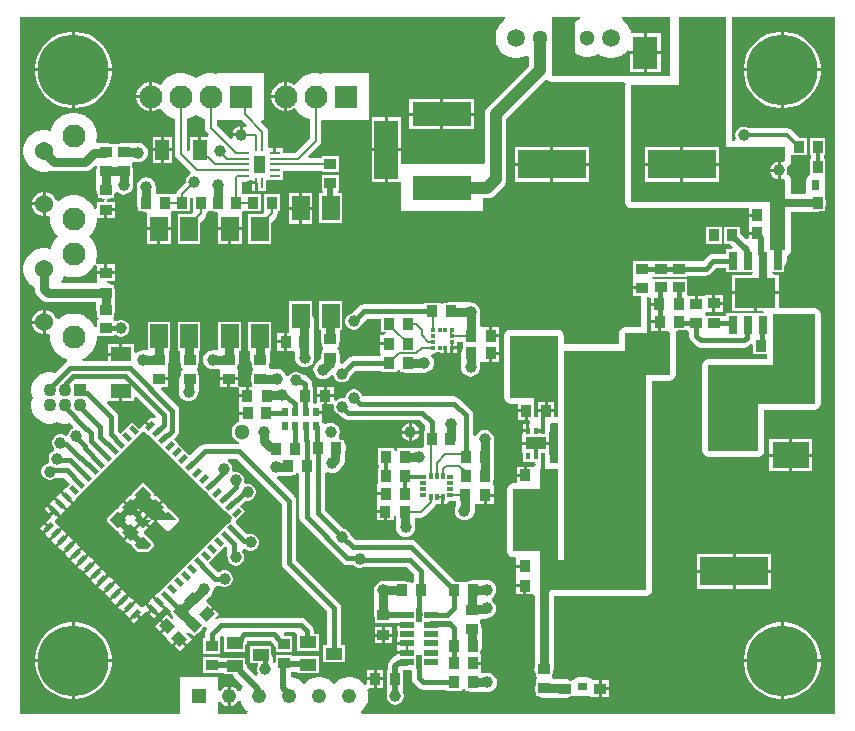
<source format=gtl>
G04*
G04 #@! TF.GenerationSoftware,Altium Limited,Altium Designer,24.5.2 (23)*
G04*
G04 Layer_Physical_Order=1*
G04 Layer_Color=255*
%FSLAX25Y25*%
%MOIN*%
G70*
G04*
G04 #@! TF.SameCoordinates,843F1F9D-CF68-4CC6-824C-A0058C937974*
G04*
G04*
G04 #@! TF.FilePolarity,Positive*
G04*
G01*
G75*
%ADD13C,0.01181*%
%ADD15C,0.00800*%
%ADD17R,0.01575X0.01575*%
%ADD18R,0.03701X0.04016*%
%ADD19R,0.04508X0.02165*%
%ADD20R,0.02165X0.04508*%
%ADD21R,0.04016X0.03701*%
%ADD22R,0.03937X0.03543*%
%ADD23R,0.03543X0.03937*%
%ADD24R,0.22638X0.09646*%
%ADD25R,0.12205X0.08661*%
%ADD26R,0.11417X0.21260*%
%ADD27R,0.02756X0.06004*%
%ADD28R,0.13583X0.10079*%
%ADD29R,0.04528X0.06693*%
%ADD30R,0.06693X0.04528*%
%ADD31R,0.01968X0.03150*%
%ADD32R,0.08465X0.11024*%
G04:AMPARAMS|DCode=33|XSize=15.75mil|YSize=31.5mil|CornerRadius=0mil|HoleSize=0mil|Usage=FLASHONLY|Rotation=135.000|XOffset=0mil|YOffset=0mil|HoleType=Round|Shape=Rectangle|*
%AMROTATEDRECTD33*
4,1,4,0.01670,0.00557,-0.00557,-0.01670,-0.01670,-0.00557,0.00557,0.01670,0.01670,0.00557,0.0*
%
%ADD33ROTATEDRECTD33*%

G04:AMPARAMS|DCode=34|XSize=31.5mil|YSize=15.75mil|CornerRadius=0mil|HoleSize=0mil|Usage=FLASHONLY|Rotation=135.000|XOffset=0mil|YOffset=0mil|HoleType=Round|Shape=Rectangle|*
%AMROTATEDRECTD34*
4,1,4,0.01670,-0.00557,0.00557,-0.01670,-0.01670,0.00557,-0.00557,0.01670,0.01670,-0.00557,0.0*
%
%ADD34ROTATEDRECTD34*%

G04:AMPARAMS|DCode=35|XSize=39.37mil|YSize=35.43mil|CornerRadius=0mil|HoleSize=0mil|Usage=FLASHONLY|Rotation=135.000|XOffset=0mil|YOffset=0mil|HoleType=Round|Shape=Rectangle|*
%AMROTATEDRECTD35*
4,1,4,0.02645,-0.00139,0.00139,-0.02645,-0.02645,0.00139,-0.00139,0.02645,0.02645,-0.00139,0.0*
%
%ADD35ROTATEDRECTD35*%

%ADD36R,0.05512X0.03937*%
G04:AMPARAMS|DCode=37|XSize=39.37mil|YSize=35.43mil|CornerRadius=0mil|HoleSize=0mil|Usage=FLASHONLY|Rotation=225.000|XOffset=0mil|YOffset=0mil|HoleType=Round|Shape=Rectangle|*
%AMROTATEDRECTD37*
4,1,4,0.00139,0.02645,0.02645,0.00139,-0.00139,-0.02645,-0.02645,-0.00139,0.00139,0.02645,0.0*
%
%ADD37ROTATEDRECTD37*%

%ADD38R,0.00945X0.03543*%
%ADD39R,0.03543X0.00945*%
%ADD40R,0.05906X0.08268*%
%ADD41R,0.02362X0.01181*%
%ADD42R,0.01181X0.02362*%
%ADD43R,0.06693X0.04331*%
%ADD44R,0.01378X0.02362*%
%AMCUSTOMSHAPE86*
4,1,61,0.11136,0.00000,0.08352,0.02784,0.07656,0.02088,0.06264,0.03480,0.06960,0.04176,0.04176,0.06960,0.03480,0.06264,0.02088,0.07656,0.02784,0.08352,0.00000,0.11136,-0.02784,0.08352,-0.02088,0.07656,-0.03480,0.06264,-0.04176,0.06960,-0.06960,0.04176,-0.06264,0.03480,-0.07656,0.02088,-0.08352,0.02784,-0.11136,0.00000,-0.08352,-0.02784,-0.07656,-0.02088,-0.06264,-0.03480,-0.06960,-0.04176,-0.04176,-0.06960,-0.03480,-0.06264,-0.02088,-0.07656,-0.02784,-0.08352,-0.01392,-0.09744,0.01392,-0.09744,0.02784,-0.08352,0.00000,-0.05568,-0.00696,-0.06264,-0.02088,-0.04872,-0.01392,-0.04176,-0.04176,-0.01392,-0.04872,-0.02088,-0.06264,-0.00696,-0.05568,0.00000,-0.06264,0.00696,-0.04872,0.02088,-0.04176,0.01392,-0.03480,0.02088,-0.02088,0.00696,-0.02784,0.00000,0.00000,-0.02784,0.02784,0.00000,0.00000,0.02784,-0.00696,0.02088,-0.02088,0.03480,-0.01392,0.04176,-0.02088,0.04872,-0.00696,0.06264,0.00000,0.05568,0.00696,0.06264,0.02088,0.04872,0.01392,0.04176,0.04176,0.01392,0.04872,0.02088,0.06264,0.00696,0.05568,0.00000,0.08352,-0.02784,0.11136,0.00000,0.0*%
%ADD86CUSTOMSHAPE86*%

%ADD87C,0.01575*%
%ADD88C,0.03150*%
%ADD89C,0.01968*%
%ADD90C,0.02756*%
%ADD91C,0.01378*%
%ADD92C,0.03937*%
%ADD93C,0.00700*%
%ADD94C,0.03937*%
%ADD95C,0.05118*%
%ADD96C,0.04331*%
%ADD97R,0.04331X0.04331*%
%ADD98R,0.04803X0.04803*%
%ADD99C,0.04803*%
%ADD100R,0.07677X0.07677*%
%ADD101C,0.07677*%
%ADD102C,0.06063*%
%ADD103C,0.05906*%
%ADD104R,0.07874X0.19685*%
%ADD105R,0.19685X0.07874*%
%ADD106C,0.23622*%
G36*
X187008Y234213D02*
X188420D01*
X188579Y233413D01*
X187868Y233119D01*
X187008Y232544D01*
Y222180D01*
X187868Y221605D01*
X189050Y221116D01*
X190305Y220866D01*
X191585D01*
X192840Y221116D01*
X194022Y221605D01*
X194528Y221943D01*
X195555Y221257D01*
X196809Y220737D01*
X198140Y220472D01*
X199497D01*
X200829Y220737D01*
X202082Y221257D01*
X203211Y222011D01*
X204170Y222970D01*
X204262Y223107D01*
X205062Y222865D01*
Y222747D01*
X209794D01*
Y228759D01*
X205566D01*
X205444Y229372D01*
X204925Y230626D01*
X204170Y231754D01*
X203211Y232714D01*
X202775Y233005D01*
X202599Y234080D01*
X202700Y234213D01*
X218504D01*
Y214567D01*
X179134D01*
Y218504D01*
Y222180D01*
D01*
Y232544D01*
Y234213D01*
Y234252D01*
X187008D01*
Y234213D01*
D02*
G37*
G36*
X237205Y209646D02*
Y190945D01*
X256890D01*
Y186286D01*
X256090Y185824D01*
X256067Y185837D01*
X255421Y186010D01*
Y183071D01*
Y180132D01*
X256067Y180305D01*
X256090Y180318D01*
X256890Y179856D01*
Y172441D01*
Y156496D01*
X251890D01*
Y172441D01*
X205709D01*
Y190945D01*
Y211417D01*
X221457D01*
Y234252D01*
X237205D01*
Y209646D01*
D02*
G37*
G36*
X268307Y176575D02*
X265945D01*
Y179724D01*
X268307D01*
Y176575D01*
D02*
G37*
G36*
X273584Y2007D02*
X115756D01*
X115514Y2807D01*
X115679Y2918D01*
X116562Y3801D01*
X117256Y4839D01*
X117734Y5992D01*
X117977Y7217D01*
Y8466D01*
X117734Y9690D01*
X117649Y9893D01*
X118184Y10694D01*
X119757D01*
Y13162D01*
X117485D01*
Y11941D01*
X116685Y11698D01*
X116562Y11882D01*
X115679Y12765D01*
X114641Y13458D01*
X113488Y13936D01*
X112263Y14180D01*
X111014D01*
X109790Y13936D01*
X108636Y13458D01*
X107598Y12765D01*
X107187Y12353D01*
X106639Y11940D01*
X106091Y12353D01*
X105679Y12765D01*
X104641Y13458D01*
X103488Y13936D01*
X102263Y14180D01*
X101014D01*
X99790Y13936D01*
X98636Y13458D01*
X97598Y12765D01*
X97187Y12353D01*
X96639Y11940D01*
X96091Y12353D01*
X95679Y12765D01*
X94641Y13458D01*
X93488Y13936D01*
X92263Y14180D01*
X92148D01*
Y15987D01*
X94285D01*
Y15516D01*
X101397D01*
Y21053D01*
X98246D01*
X98225Y21061D01*
X97557Y21149D01*
X92681D01*
Y21503D01*
X87065D01*
Y19148D01*
X87052Y19050D01*
X86199Y18703D01*
X86119Y18766D01*
Y20472D01*
X85935Y21394D01*
X85642Y21832D01*
Y24422D01*
X78531D01*
Y18885D01*
X81301D01*
Y18076D01*
X81130Y17779D01*
X80941Y17075D01*
Y16346D01*
X81130Y15642D01*
X81222Y15483D01*
X80828Y14591D01*
X80469Y14520D01*
X77735Y17254D01*
X77690Y17597D01*
X77432Y18220D01*
X77022Y18754D01*
X76981Y18795D01*
Y20682D01*
X73309D01*
X73227Y20693D01*
X68639D01*
Y20960D01*
X63024D01*
Y15659D01*
X65263D01*
X65361Y15618D01*
X66030Y15530D01*
X69869D01*
Y15145D01*
X72840D01*
X72961Y14851D01*
X73372Y14317D01*
X76351Y11337D01*
X76022Y10844D01*
X75544Y9690D01*
X75507Y9508D01*
X74669Y9395D01*
X74361Y9930D01*
X73727Y10563D01*
X72952Y11011D01*
X72139Y11229D01*
Y7841D01*
Y4454D01*
X72952Y4671D01*
X73727Y5119D01*
X74361Y5753D01*
X74669Y6287D01*
X75507Y6175D01*
X75544Y5992D01*
X76022Y4839D01*
X76715Y3801D01*
X77598Y2918D01*
X77764Y2807D01*
X77521Y2007D01*
X67977D01*
Y5780D01*
X68777Y5994D01*
X68917Y5753D01*
X69550Y5119D01*
X70326Y4671D01*
X71139Y4454D01*
Y7841D01*
Y11229D01*
X70326Y11011D01*
X69550Y10563D01*
X68917Y9930D01*
X68777Y9688D01*
X67977Y9903D01*
Y14180D01*
X55300D01*
Y2007D01*
X2007D01*
Y47244D01*
Y100394D01*
Y234213D01*
X163441D01*
X163542Y234080D01*
X163367Y233005D01*
X162931Y232714D01*
X161971Y231754D01*
X161217Y230626D01*
X160698Y229372D01*
X160433Y228041D01*
Y226684D01*
X160698Y225353D01*
X161217Y224099D01*
X161971Y222970D01*
X162931Y222011D01*
X164059Y221257D01*
X165313Y220737D01*
X166644Y220472D01*
X168001D01*
X169333Y220737D01*
X170586Y221257D01*
X170823Y221415D01*
X171623Y220987D01*
Y218016D01*
X157906Y204299D01*
X157338Y203559D01*
X156981Y202697D01*
X156859Y201772D01*
Y185804D01*
X156299Y185236D01*
X128953D01*
Y189461D01*
X124516D01*
Y179118D01*
X128740D01*
Y169488D01*
X156299D01*
Y173788D01*
X157677D01*
X158602Y173910D01*
X159464Y174267D01*
X160204Y174835D01*
X162960Y177591D01*
X162960Y177591D01*
X163528Y178331D01*
X163885Y179193D01*
X164007Y180118D01*
X164007Y180118D01*
Y200291D01*
X176940Y213224D01*
X177715Y213148D01*
X178366Y212713D01*
X179134Y212560D01*
X203216D01*
X203770Y211760D01*
X203702Y211417D01*
Y190945D01*
Y172441D01*
X203854Y171673D01*
X204290Y171022D01*
X204941Y170587D01*
X205709Y170434D01*
X244730D01*
Y168554D01*
X247502D01*
Y167554D01*
X244730D01*
Y165086D01*
X244730D01*
X244730Y165014D01*
X244730D01*
Y162546D01*
X247502D01*
Y161546D01*
X244730D01*
Y160556D01*
X243991Y160250D01*
X241981Y162260D01*
Y164225D01*
X236680D01*
Y158609D01*
X238331D01*
X239445Y157495D01*
X239139Y156756D01*
X237288D01*
Y155363D01*
X233194D01*
X233154Y155355D01*
X233029D01*
X232107Y155172D01*
X231326Y154649D01*
X229426Y152750D01*
X224198D01*
Y152991D01*
X218582D01*
Y152991D01*
X218292D01*
Y152991D01*
X212677D01*
Y152892D01*
X211914Y152802D01*
Y152802D01*
X206299D01*
Y147581D01*
X206298Y147501D01*
X206105Y146781D01*
X206099D01*
Y144431D01*
X209106D01*
Y143431D01*
X206099D01*
Y141080D01*
X208716D01*
X209017Y140715D01*
Y130747D01*
X203543D01*
X202775Y130595D01*
X202124Y130159D01*
X201689Y129508D01*
X201536Y128740D01*
Y125039D01*
X183109D01*
Y127953D01*
X182957Y128721D01*
X182522Y129372D01*
X181870Y129807D01*
X181102Y129960D01*
X165354D01*
X164586Y129807D01*
X163935Y129372D01*
X163500Y128721D01*
X163347Y127953D01*
Y107283D01*
X163500Y106515D01*
X163935Y105864D01*
X164586Y105429D01*
X165354Y105276D01*
X167799D01*
Y103465D01*
X170571D01*
Y102965D01*
X171071D01*
Y99996D01*
X171389D01*
X171809Y99368D01*
X172017Y99229D01*
X171774Y98429D01*
X171661D01*
Y96997D01*
X171512Y96248D01*
X171161D01*
Y95748D01*
X169473D01*
Y95280D01*
X169374D01*
Y92614D01*
X178067D01*
Y95026D01*
X178319Y95403D01*
X178487Y96248D01*
Y98492D01*
X179267Y98933D01*
X179287Y98929D01*
X180035Y98780D01*
X181064D01*
Y85668D01*
X178487D01*
Y87980D01*
X178319Y88825D01*
X178067Y89203D01*
Y91614D01*
X169374D01*
Y88949D01*
X169673D01*
Y85999D01*
X172031D01*
Y85799D01*
X173413D01*
X173630Y85372D01*
X173723Y84999D01*
X173685Y84942D01*
X173146Y84365D01*
X170874D01*
Y81397D01*
X170374D01*
Y80897D01*
X167602D01*
Y78779D01*
X166339D01*
X165570Y78626D01*
X164919Y78191D01*
X164484Y77540D01*
X164331Y76772D01*
Y56102D01*
X164484Y55334D01*
X164919Y54683D01*
X165570Y54248D01*
X166339Y54095D01*
X166526D01*
X167297Y54024D01*
X167297Y53295D01*
Y51555D01*
X170068D01*
Y50555D01*
X167297D01*
Y48436D01*
X167297Y47635D01*
X167297Y47287D01*
Y45167D01*
X170068D01*
Y44667D01*
X170568D01*
Y41699D01*
X172666D01*
X172840Y41699D01*
X173466Y41279D01*
Y17618D01*
X173457Y17594D01*
X173348Y16772D01*
X173457Y15950D01*
X173717Y15321D01*
Y14122D01*
X174190D01*
X174292Y14002D01*
X173920Y13202D01*
X173717D01*
Y11577D01*
X173581Y11249D01*
X173473Y10427D01*
X173581Y9605D01*
X173717Y9277D01*
Y7901D01*
X174767D01*
X175062Y7676D01*
X175828Y7358D01*
X176650Y7250D01*
X183440D01*
X184262Y7358D01*
X185028Y7676D01*
X185175Y7789D01*
X186275D01*
Y7789D01*
X187069Y7915D01*
X187837Y7763D01*
X190987D01*
X191549Y7874D01*
X192349Y7589D01*
Y7589D01*
X194817D01*
Y10360D01*
Y13132D01*
X192686D01*
X192406Y13551D01*
X191755Y13986D01*
X190987Y14139D01*
X187837D01*
X187069Y13986D01*
X186418Y13551D01*
X186110Y13091D01*
X185264Y12997D01*
X185028Y13178D01*
X184262Y13495D01*
X183440Y13604D01*
X179918D01*
X179333Y14122D01*
X179333Y14404D01*
Y15222D01*
X179394Y15302D01*
X179712Y16068D01*
X179820Y16890D01*
Y41300D01*
X210630D01*
X211398Y41453D01*
X212049Y41888D01*
X212484Y42539D01*
X212637Y43307D01*
Y112954D01*
X218504D01*
X219272Y113106D01*
X219923Y113541D01*
X220358Y114193D01*
X220511Y114961D01*
Y128993D01*
X220875Y129592D01*
X221135Y129788D01*
X221139Y129789D01*
X221160Y129793D01*
X224041D01*
X224473Y129627D01*
X224872Y128992D01*
Y127904D01*
X225056Y126983D01*
X225578Y126201D01*
X227064Y124715D01*
X227846Y124193D01*
X228767Y124009D01*
X243232D01*
X244154Y124193D01*
X244935Y124715D01*
X245561Y125341D01*
X246361Y125009D01*
Y121867D01*
X250749D01*
Y120117D01*
X231299D01*
X230531Y119965D01*
X229880Y119529D01*
X229445Y118878D01*
X229292Y118110D01*
Y89567D01*
X229445Y88799D01*
X229880Y88148D01*
X230531Y87713D01*
X231299Y87560D01*
X248031D01*
X248800Y87713D01*
X249451Y88148D01*
X249886Y88799D01*
X250039Y89567D01*
Y103308D01*
X266732D01*
X267500Y103461D01*
X268151Y103896D01*
X268587Y104547D01*
X268739Y105315D01*
Y118110D01*
Y135039D01*
X268587Y135807D01*
X268151Y136459D01*
X267500Y136894D01*
X266732Y137046D01*
X254757D01*
Y141777D01*
X247466D01*
Y136238D01*
X249435D01*
X249913Y135438D01*
X249893Y135402D01*
X247444D01*
X247288Y135402D01*
Y135402D01*
X246644D01*
Y135402D01*
X242288D01*
X242288Y135402D01*
X241644D01*
Y135402D01*
X241488Y135402D01*
X237288D01*
Y134449D01*
X235955D01*
Y134613D01*
X230779D01*
X230509Y134939D01*
X230381Y135352D01*
X230561Y135962D01*
X232686D01*
Y138734D01*
Y141506D01*
X230218D01*
Y141348D01*
X227781D01*
Y138498D01*
X226781D01*
Y141348D01*
X224947D01*
X224262Y141460D01*
X224198Y142117D01*
Y146771D01*
X219092D01*
X218582Y146771D01*
X217782Y146771D01*
X213028D01*
X212610Y147457D01*
X212599Y147573D01*
X212677Y147691D01*
X218292D01*
Y147691D01*
X218582D01*
Y147691D01*
X224198D01*
Y147933D01*
X230423D01*
X231345Y148116D01*
X232126Y148638D01*
X234034Y150546D01*
X237288D01*
Y149152D01*
X241644D01*
X241644Y149152D01*
X242288D01*
Y149152D01*
X242444Y149152D01*
X246270D01*
X246292Y149117D01*
X245845Y148317D01*
X239174D01*
Y142777D01*
X254757D01*
Y148317D01*
X253086D01*
X252640Y149117D01*
X252662Y149152D01*
X256644D01*
Y150942D01*
X257045Y151465D01*
X257342Y152183D01*
X257444Y152954D01*
Y154599D01*
X257658Y154642D01*
X258309Y155077D01*
X258744Y155728D01*
X258897Y156496D01*
Y169266D01*
X267717D01*
X268487Y169367D01*
X268749Y169476D01*
X270288D01*
Y170745D01*
X270296Y170755D01*
X270593Y171473D01*
X270695Y172244D01*
X270593Y173015D01*
X270296Y173733D01*
X270288Y173743D01*
Y175013D01*
X270288D01*
X270161Y175807D01*
X270314Y176575D01*
Y179724D01*
X270161Y180492D01*
X270288Y181287D01*
X270288D01*
Y186824D01*
X270025D01*
Y188137D01*
X270367D01*
Y193753D01*
X265066D01*
Y188137D01*
X265408D01*
Y186824D01*
X265145D01*
Y181557D01*
X264526Y181144D01*
X264091Y180492D01*
X263938Y179724D01*
Y176575D01*
X264048Y176022D01*
X263592Y175222D01*
X258897D01*
Y179856D01*
X258846Y180113D01*
X258828Y180375D01*
X258770Y180494D01*
X258744Y180624D01*
X258598Y180842D01*
X258482Y181078D01*
X258383Y181165D01*
X258309Y181275D01*
X258091Y181421D01*
X257893Y181594D01*
X257428Y181862D01*
Y181876D01*
X257501Y182002D01*
X257690Y182706D01*
Y183435D01*
X257501Y184140D01*
X257893Y184548D01*
X258091Y184721D01*
X258309Y184867D01*
X258383Y184977D01*
X258482Y185064D01*
X258598Y185300D01*
X258744Y185518D01*
X258770Y185648D01*
X258828Y185766D01*
X258846Y186028D01*
X258897Y186286D01*
Y188137D01*
X264146D01*
Y193753D01*
X262110D01*
X261967Y193896D01*
X261492Y194213D01*
X259191Y196514D01*
X258442Y197014D01*
X257559Y197190D01*
X244650D01*
X244179Y197462D01*
X243475Y197650D01*
X242746D01*
X242042Y197462D01*
X241410Y197097D01*
X240895Y196582D01*
X240530Y195950D01*
X240342Y195246D01*
Y194517D01*
X240530Y193813D01*
X240566Y193752D01*
X240104Y192952D01*
X239212D01*
Y211417D01*
Y234213D01*
X273584D01*
X273584Y2007D01*
D02*
G37*
G36*
X181102Y107283D02*
X181064D01*
Y100787D01*
X180035D01*
Y102465D01*
X177264D01*
X174492D01*
Y100787D01*
X173228D01*
Y107283D01*
X165354D01*
Y127953D01*
X181102D01*
Y107283D01*
D02*
G37*
G36*
X266732Y109843D02*
Y105315D01*
X248031D01*
Y89567D01*
X231299D01*
Y118110D01*
X252756D01*
Y135039D01*
X266732D01*
Y109843D01*
D02*
G37*
G36*
X212125Y140685D02*
X212162Y140583D01*
Y138880D01*
X214933D01*
Y137880D01*
X212162D01*
Y135411D01*
X212319D01*
Y133101D01*
X215170D01*
Y132601D01*
X215670D01*
Y129593D01*
X218020D01*
X218504Y128993D01*
Y114961D01*
X210630D01*
Y43307D01*
X175197D01*
Y53150D01*
Y56102D01*
X166339D01*
Y76772D01*
X175197D01*
Y83661D01*
X181102D01*
Y75787D01*
X181064D01*
Y53150D01*
X183071D01*
Y123031D01*
X203543D01*
Y128740D01*
X211024D01*
Y140715D01*
X211203Y140894D01*
X212125Y140685D01*
D02*
G37*
G36*
X190987Y9770D02*
X187837D01*
Y12132D01*
X190987D01*
Y9770D01*
D02*
G37*
%LPC*%
G36*
X215527Y228759D02*
X210794D01*
Y222747D01*
X215527D01*
Y228759D01*
D02*
G37*
G36*
Y221747D02*
X210794D01*
Y215735D01*
X215527D01*
Y221747D01*
D02*
G37*
G36*
X209794D02*
X205062D01*
Y215735D01*
X209794D01*
Y221747D01*
D02*
G37*
G36*
X234760Y190862D02*
X222941D01*
Y185539D01*
X234760D01*
Y190862D01*
D02*
G37*
G36*
X221941D02*
X210122D01*
Y190145D01*
Y185539D01*
X221941D01*
Y190862D01*
D02*
G37*
G36*
X254421Y186010D02*
X253776Y185837D01*
X253099Y185446D01*
X252546Y184894D01*
X252155Y184217D01*
X251982Y183571D01*
X254421D01*
Y186010D01*
D02*
G37*
G36*
Y182571D02*
X251982D01*
X252155Y181925D01*
X252546Y181248D01*
X253099Y180695D01*
X253776Y180305D01*
X254421Y180132D01*
Y182571D01*
D02*
G37*
G36*
X234760Y184539D02*
X222941D01*
Y179217D01*
X234760D01*
Y184539D01*
D02*
G37*
G36*
X221941D02*
X210122D01*
Y179217D01*
X221941D01*
Y184539D01*
D02*
G37*
G36*
X256914Y229346D02*
X256405D01*
Y217035D01*
X268717D01*
Y217544D01*
X268401Y219535D01*
X267778Y221453D01*
X266863Y223250D01*
X265677Y224881D01*
X264251Y226307D01*
X262620Y227492D01*
X260823Y228408D01*
X258905Y229031D01*
X256914Y229346D01*
D02*
G37*
G36*
X255405D02*
X254897D01*
X252906Y229031D01*
X250988Y228408D01*
X249191Y227492D01*
X247560Y226307D01*
X246134Y224881D01*
X244949Y223250D01*
X244033Y221453D01*
X243410Y219535D01*
X243094Y217544D01*
Y217035D01*
X255405D01*
Y229346D01*
D02*
G37*
G36*
X20693D02*
X20185D01*
Y217035D01*
X32496D01*
Y217544D01*
X32181Y219535D01*
X31558Y221453D01*
X30642Y223250D01*
X29457Y224881D01*
X28031Y226307D01*
X26399Y227492D01*
X24603Y228408D01*
X22685Y229031D01*
X20693Y229346D01*
D02*
G37*
G36*
X19185D02*
X18677D01*
X16685Y229031D01*
X14767Y228408D01*
X12971Y227492D01*
X11339Y226307D01*
X9913Y224881D01*
X8728Y223250D01*
X7813Y221453D01*
X7190Y219535D01*
X6874Y217544D01*
Y217035D01*
X19185D01*
Y229346D01*
D02*
G37*
G36*
X67661Y215453D02*
X67376Y215219D01*
X66202Y215453D01*
X64671D01*
X63168Y215154D01*
X61753Y214568D01*
X60480Y213717D01*
X60436Y213673D01*
X60393Y213717D01*
X59120Y214568D01*
X57705Y215154D01*
X56202Y215453D01*
X54671D01*
X53168Y215154D01*
X51753Y214568D01*
X50480Y213717D01*
X49397Y212634D01*
X48691Y211577D01*
X48408Y211549D01*
X47304Y212186D01*
X46073Y212516D01*
X45937D01*
Y207677D01*
Y202839D01*
X46073D01*
X47304Y203168D01*
X48408Y203805D01*
X48691Y203778D01*
X49397Y202720D01*
X50480Y201638D01*
X51753Y200786D01*
X53168Y200200D01*
X53474Y200140D01*
Y188658D01*
X53623Y187907D01*
X54049Y187270D01*
X58837Y182482D01*
X58596Y181592D01*
X58219Y181374D01*
X57703Y180859D01*
X57339Y180227D01*
X57150Y179523D01*
Y179092D01*
X54521Y176463D01*
X54085Y175810D01*
X53986Y175314D01*
X53294Y175052D01*
X52847D01*
Y175052D01*
X47953D01*
X47546Y175052D01*
X47153Y175689D01*
Y177622D01*
X47045Y178444D01*
X46727Y179210D01*
X46223Y179868D01*
X45565Y180373D01*
X44799Y180690D01*
X43976Y180798D01*
X43154Y180690D01*
X42388Y180373D01*
X41730Y179868D01*
X41225Y179210D01*
X40908Y178444D01*
X40800Y177622D01*
Y172244D01*
X40908Y171422D01*
X41225Y170656D01*
X41326Y170524D01*
Y169436D01*
X42525D01*
X43154Y169176D01*
X43565Y169122D01*
X44049Y168811D01*
X44197Y168289D01*
Y164083D01*
X48150D01*
X52102D01*
Y168636D01*
X52102Y168717D01*
X52198Y169072D01*
X52847Y169436D01*
X53294D01*
Y169436D01*
X58595D01*
Y174146D01*
X58715Y174226D01*
X59515Y173798D01*
Y169436D01*
X59515D01*
X59650Y169111D01*
X59055Y168517D01*
X54397D01*
Y158649D01*
X61902D01*
Y165669D01*
X63589Y167356D01*
X64026Y168009D01*
X64179Y168780D01*
Y169042D01*
X64816Y169436D01*
X65105D01*
Y169436D01*
X65616Y169436D01*
X66304D01*
X66934Y169176D01*
X67195Y169141D01*
X67782Y168742D01*
X67819Y168285D01*
Y164083D01*
X71772D01*
X75724D01*
Y168636D01*
X75724Y168717D01*
X75882Y169302D01*
X76627Y169436D01*
X76916D01*
Y169436D01*
X82217D01*
Y175052D01*
X76916D01*
Y175052D01*
X76632D01*
X75832Y175066D01*
Y179035D01*
X76521D01*
X77292Y179188D01*
X77945Y179625D01*
X77999Y179679D01*
X78100Y179830D01*
X79146D01*
X79193Y179437D01*
X80709D01*
Y178937D01*
X81209D01*
Y176165D01*
X82181D01*
Y176365D01*
X83950D01*
Y179150D01*
X84239Y179830D01*
X89383D01*
Y183026D01*
X102507D01*
Y182546D01*
X108123D01*
Y187847D01*
X102507D01*
Y187053D01*
X98354D01*
X98048Y187792D01*
X101781Y191526D01*
X102207Y192162D01*
X102356Y192913D01*
Y199210D01*
X102618Y199902D01*
X118169D01*
Y215453D01*
X102618D01*
Y215453D01*
X102334Y215219D01*
X101160Y215453D01*
X99628D01*
X98126Y215154D01*
X96711Y214568D01*
X95437Y213717D01*
X94354Y212634D01*
X93648Y211577D01*
X93365Y211549D01*
X92261Y212186D01*
X91031Y212516D01*
X90894D01*
Y207677D01*
Y202839D01*
X91031D01*
X92261Y203168D01*
X93365Y203805D01*
X93648Y203777D01*
X94354Y202720D01*
X95437Y201638D01*
X96711Y200786D01*
X98126Y200200D01*
X98431Y200140D01*
Y193726D01*
X93675Y188970D01*
X89583D01*
Y190449D01*
X87311D01*
Y188976D01*
X86311D01*
Y190449D01*
X85132D01*
X84625Y191067D01*
X84640Y191142D01*
Y195866D01*
X84490Y196617D01*
X84065Y197254D01*
X82156Y199162D01*
X82462Y199902D01*
X83212D01*
Y215453D01*
X67661D01*
Y215453D01*
D02*
G37*
G36*
X89894Y212516D02*
X89757D01*
X88526Y212186D01*
X87423Y211549D01*
X86522Y210648D01*
X85885Y209545D01*
X85555Y208314D01*
Y208177D01*
X89894D01*
Y212516D01*
D02*
G37*
G36*
X44936Y212516D02*
X44800D01*
X43569Y212186D01*
X42465Y211549D01*
X41565Y210648D01*
X40928Y209545D01*
X40598Y208314D01*
Y208177D01*
X44936D01*
Y212516D01*
D02*
G37*
G36*
X268717Y216035D02*
X256405D01*
Y203724D01*
X256914D01*
X258905Y204040D01*
X260823Y204663D01*
X262620Y205578D01*
X264251Y206764D01*
X265677Y208190D01*
X266863Y209821D01*
X267778Y211618D01*
X268401Y213535D01*
X268717Y215527D01*
Y216035D01*
D02*
G37*
G36*
X255405D02*
X243094D01*
Y215527D01*
X243410Y213535D01*
X244033Y211618D01*
X244949Y209821D01*
X246134Y208190D01*
X247560Y206764D01*
X249191Y205578D01*
X250988Y204663D01*
X252906Y204040D01*
X254897Y203724D01*
X255405D01*
Y216035D01*
D02*
G37*
G36*
X32496D02*
X20185D01*
Y203724D01*
X20693D01*
X22685Y204040D01*
X24603Y204663D01*
X26399Y205578D01*
X28031Y206764D01*
X29457Y208190D01*
X30642Y209821D01*
X31558Y211618D01*
X32181Y213535D01*
X32496Y215527D01*
Y216035D01*
D02*
G37*
G36*
X19185D02*
X6874D01*
Y215527D01*
X7190Y213535D01*
X7813Y211618D01*
X8728Y209821D01*
X9913Y208190D01*
X11339Y206764D01*
X12971Y205578D01*
X14767Y204663D01*
X16685Y204040D01*
X18677Y203724D01*
X19185D01*
Y216035D01*
D02*
G37*
G36*
X44936Y207177D02*
X40598D01*
Y207040D01*
X40928Y205810D01*
X41565Y204706D01*
X42465Y203805D01*
X43569Y203168D01*
X44800Y202839D01*
X44936D01*
Y207177D01*
D02*
G37*
G36*
X89894Y207177D02*
X85555D01*
Y207040D01*
X85885Y205809D01*
X86522Y204706D01*
X87423Y203805D01*
X88526Y203168D01*
X89757Y202839D01*
X89894D01*
Y207177D01*
D02*
G37*
G36*
X153362Y206709D02*
X143020D01*
Y202272D01*
X153362D01*
Y206709D01*
D02*
G37*
G36*
X142020D02*
X131677D01*
Y202272D01*
X142020D01*
Y206709D01*
D02*
G37*
G36*
X153362Y201272D02*
X143020D01*
Y196835D01*
X153362D01*
Y201272D01*
D02*
G37*
G36*
X142020D02*
X131677D01*
Y196835D01*
X142020D01*
Y201272D01*
D02*
G37*
G36*
X20506Y202319D02*
X18974D01*
X17472Y202020D01*
X16057Y201434D01*
X14784Y200583D01*
X13701Y199500D01*
X12849Y198226D01*
X12263Y196811D01*
X12185Y196418D01*
X11970Y196303D01*
X10623Y196571D01*
X9251D01*
X7904Y196303D01*
X6636Y195778D01*
X5495Y195015D01*
X4524Y194044D01*
X3762Y192903D01*
X3236Y191635D01*
X2968Y190289D01*
Y188916D01*
X3236Y187570D01*
X3762Y186302D01*
X4524Y185160D01*
X5495Y184190D01*
X6636Y183427D01*
X7904Y182902D01*
X9251Y182634D01*
X10623D01*
X11970Y182902D01*
X12258Y183021D01*
X12416Y182955D01*
X13239Y182847D01*
X23622D01*
X24444Y182955D01*
X25210Y183273D01*
X25868Y183777D01*
X26904Y184813D01*
X27704Y184482D01*
Y184365D01*
X27443Y183736D01*
X27335Y182913D01*
Y176575D01*
X27443Y175753D01*
X27743Y175028D01*
Y174003D01*
X28690D01*
X28923Y173824D01*
X29690Y173506D01*
X30090Y173453D01*
X30038Y172653D01*
X27543D01*
Y170516D01*
X26743Y170356D01*
X26631Y170628D01*
X25780Y171902D01*
X24697Y172985D01*
X23423Y173836D01*
X22008Y174422D01*
X20506Y174721D01*
X18974D01*
X17472Y174422D01*
X16057Y173836D01*
X14784Y172985D01*
X14674Y172875D01*
X13782Y173114D01*
X13694Y173442D01*
X13163Y174361D01*
X12412Y175112D01*
X11493Y175643D01*
X10468Y175917D01*
X10437D01*
Y171886D01*
Y167854D01*
X10468D01*
X11217Y168055D01*
X11530Y167911D01*
X11822Y167675D01*
X11965Y167478D01*
Y166179D01*
X12263Y164677D01*
X12849Y163262D01*
X13701Y161988D01*
X14630Y161059D01*
X13701Y160130D01*
X12849Y158856D01*
X12263Y157441D01*
X12185Y157048D01*
X11970Y156933D01*
X10623Y157201D01*
X9251D01*
X7904Y156933D01*
X6636Y156408D01*
X5495Y155645D01*
X4524Y154674D01*
X3762Y153533D01*
X3236Y152265D01*
X2968Y150919D01*
Y149546D01*
X3236Y148200D01*
X3762Y146932D01*
X4524Y145790D01*
X5495Y144819D01*
X6636Y144057D01*
X6760Y144006D01*
Y143606D01*
X6869Y142784D01*
X7186Y142018D01*
X7691Y141360D01*
X8978Y140072D01*
X9636Y139567D01*
X10402Y139250D01*
X11225Y139142D01*
X27335D01*
Y136658D01*
X27443Y135836D01*
X27704Y135207D01*
Y134008D01*
X28177D01*
X28278Y133888D01*
X27907Y133088D01*
X27704D01*
Y130758D01*
X26904Y130598D01*
X26631Y131258D01*
X25780Y132531D01*
X24697Y133615D01*
X23423Y134465D01*
X22008Y135052D01*
X20506Y135350D01*
X18974D01*
X17472Y135052D01*
X16057Y134465D01*
X14784Y133615D01*
X14674Y133505D01*
X13782Y133744D01*
X13694Y134072D01*
X13163Y134991D01*
X12412Y135742D01*
X11493Y136273D01*
X10468Y136547D01*
X10437D01*
Y132516D01*
Y128484D01*
X10468D01*
X11217Y128685D01*
X11530Y128541D01*
X11822Y128305D01*
X11965Y128107D01*
Y126809D01*
X12263Y125307D01*
X12849Y123892D01*
X13701Y122618D01*
X14784Y121535D01*
X16057Y120684D01*
X17397Y120129D01*
X17487Y119792D01*
X17463Y119284D01*
X16782Y118829D01*
X13577Y115624D01*
X13512Y115651D01*
X12333Y115886D01*
X11131D01*
X9952Y115651D01*
X8842Y115191D01*
X7842Y114523D01*
X6992Y113673D01*
X6324Y112674D01*
X5864Y111563D01*
X5630Y110385D01*
Y109182D01*
X5864Y108003D01*
X6163Y107283D01*
X5864Y106563D01*
X5630Y105385D01*
Y104182D01*
X5864Y103004D01*
X6324Y101893D01*
X6992Y100893D01*
X7842Y100043D01*
X8842Y99376D01*
X9952Y98916D01*
X11131Y98681D01*
X12333D01*
X13512Y98916D01*
X14232Y99214D01*
X14952Y98916D01*
X16131Y98681D01*
X17333D01*
X18512Y98916D01*
X18577Y98943D01*
X19694Y97826D01*
X19423Y96965D01*
X18969Y96703D01*
X18454Y96188D01*
X18090Y95557D01*
X17901Y94853D01*
Y94825D01*
X17101Y94499D01*
X17072Y94527D01*
X16441Y94892D01*
X15737Y95081D01*
X15008D01*
X14304Y94892D01*
X13673Y94527D01*
X13157Y94012D01*
X12793Y93381D01*
X12604Y92677D01*
Y91948D01*
X12793Y91243D01*
X13157Y90612D01*
X13299Y90470D01*
X13107Y89591D01*
X12476Y89226D01*
X11961Y88711D01*
X11596Y88079D01*
X11408Y87375D01*
Y86646D01*
X11515Y86246D01*
X11478Y85816D01*
X11024Y85333D01*
X10742Y85257D01*
X10111Y84892D01*
X9596Y84377D01*
X9231Y83746D01*
X9042Y83042D01*
Y82313D01*
X9231Y81609D01*
X9596Y80977D01*
X10111Y80462D01*
X10742Y80097D01*
X11446Y79909D01*
X12175D01*
X12880Y80097D01*
X13511Y80462D01*
X13705Y80656D01*
X16525D01*
X18610Y78572D01*
X17122Y77085D01*
X16981Y77226D01*
X16071Y76316D01*
X17891Y74495D01*
X19712Y72675D01*
X20622Y73585D01*
X20481Y73726D01*
X23551Y76797D01*
X23695Y76893D01*
X23791Y77036D01*
X24776Y78021D01*
X28006Y81251D01*
X28149Y81347D01*
X28245Y81490D01*
X30233Y83478D01*
X30376Y83574D01*
X30472Y83718D01*
X32460Y85705D01*
X32603Y85801D01*
X32699Y85945D01*
X34687Y87932D01*
X34830Y88028D01*
X34926Y88172D01*
X36914Y90159D01*
X37058Y90255D01*
X37154Y90399D01*
X38138Y91384D01*
X40366Y93611D01*
X42610Y95856D01*
X43217Y96323D01*
X44681Y94859D01*
X44822Y95001D01*
X45665Y94157D01*
X45761Y94014D01*
X45905Y93918D01*
X47893Y91930D01*
X47989Y91786D01*
X48132Y91691D01*
X51344Y88479D01*
X53571Y86251D01*
X56801Y83022D01*
X56897Y82878D01*
X57041Y82782D01*
X60252Y79570D01*
X63482Y76340D01*
X63578Y76197D01*
X63722Y76101D01*
X64707Y75116D01*
X67937Y71886D01*
X68032Y71743D01*
X68176Y71647D01*
X70164Y69659D01*
X70260Y69515D01*
X70403Y69420D01*
X72556Y67266D01*
X72290Y66401D01*
X72102Y66365D01*
X72102D01*
X71099Y65362D01*
X70956Y65266D01*
X70860Y65122D01*
X68872Y63135D01*
X68728Y63039D01*
X68633Y62895D01*
X67630Y61892D01*
X65403Y59665D01*
X63176Y57438D01*
X59964Y54226D01*
X59820Y54130D01*
X59724Y53987D01*
X56494Y50757D01*
X54267Y48530D01*
X52040Y46303D01*
X48828Y43091D01*
X48684Y42995D01*
X48589Y42851D01*
X47745Y42008D01*
X47604Y42149D01*
X46693Y41239D01*
X48514Y39418D01*
X50335Y37598D01*
X50505Y37768D01*
X52115Y36158D01*
X51863Y35905D01*
X52487Y35281D01*
X52526Y34989D01*
X52843Y34223D01*
X53089Y33902D01*
X52486Y33373D01*
X50767Y35092D01*
X49161Y33486D01*
X51260Y31387D01*
X50906Y31033D01*
X51260Y30680D01*
X49300Y28720D01*
X50977Y27044D01*
X50948Y27015D01*
X52693Y25269D01*
X54653Y27229D01*
X55007Y26875D01*
X55360Y27229D01*
X57459Y25130D01*
X59066Y26736D01*
X57054Y28748D01*
X57582Y29351D01*
X58151Y28915D01*
X58917Y28597D01*
X59143Y28568D01*
X59878Y27832D01*
X60702Y28655D01*
X61328Y28915D01*
X61985Y29419D01*
X62490Y30077D01*
X62750Y30703D01*
X63175Y31129D01*
X63857Y30993D01*
X64167Y30391D01*
X64222Y30216D01*
X63720Y29465D01*
X63536Y28543D01*
Y27181D01*
X63024D01*
Y21880D01*
X68639D01*
Y27181D01*
X68639D01*
X68710Y27686D01*
X69069Y27917D01*
X69869Y27479D01*
X69869Y22625D01*
X76981D01*
Y24756D01*
X77097Y24872D01*
X77619Y25653D01*
X77715Y26135D01*
X85405D01*
X86632Y24907D01*
X86949Y24433D01*
X87065Y24317D01*
Y22422D01*
X92681D01*
Y27723D01*
X90538D01*
X90355Y27996D01*
X90003Y28348D01*
X90309Y29088D01*
X93715D01*
X94285Y28533D01*
Y22996D01*
X101397D01*
Y28533D01*
X99849D01*
Y29528D01*
X99666Y30449D01*
X99144Y31231D01*
X97176Y33199D01*
X96394Y33721D01*
X95472Y33904D01*
X68898D01*
X67976Y33721D01*
X67272Y33251D01*
X66762Y33872D01*
X68172Y35282D01*
X66566Y36889D01*
X64467Y34789D01*
X63759Y35497D01*
X65859Y37596D01*
X64340Y39114D01*
X63987Y39892D01*
X65089Y40994D01*
X65509Y41317D01*
X66014Y41974D01*
X66331Y42741D01*
X66440Y43563D01*
X66408Y43801D01*
X66530Y44029D01*
X67096Y44539D01*
X68705D01*
X69002Y44368D01*
X69706Y44179D01*
X70435D01*
X71139Y44368D01*
X71771Y44732D01*
X72286Y45248D01*
X72650Y45879D01*
X72839Y46583D01*
Y47312D01*
X72650Y48016D01*
X72286Y48647D01*
X71771Y49163D01*
X71139Y49527D01*
X70435Y49716D01*
X69706D01*
X69002Y49527D01*
X68705Y49356D01*
X67799D01*
X64805Y52350D01*
X66534Y54080D01*
X68761Y56307D01*
X70372Y57917D01*
X70958Y57373D01*
Y54586D01*
X71050Y54124D01*
Y53769D01*
X71239Y53065D01*
X71604Y52434D01*
X72119Y51919D01*
X72750Y51554D01*
X73454Y51365D01*
X74183D01*
X74888Y51554D01*
X75519Y51919D01*
X76034Y52434D01*
X76399Y53065D01*
X76587Y53769D01*
Y54498D01*
X76399Y55203D01*
X76034Y55834D01*
X76100Y56555D01*
X76714Y57099D01*
X76781D01*
X77040Y56840D01*
X77672Y56475D01*
X78376Y56287D01*
X79105D01*
X79809Y56475D01*
X80440Y56840D01*
X80955Y57355D01*
X81320Y57986D01*
X81509Y58691D01*
Y59420D01*
X81320Y60124D01*
X80955Y60755D01*
X80440Y61270D01*
X79809Y61635D01*
X79105Y61824D01*
X78750D01*
X78288Y61916D01*
X77712D01*
X74362Y65266D01*
X73968Y65529D01*
X73918Y66474D01*
X76991Y69548D01*
X75345Y71195D01*
X77077Y72927D01*
X77304D01*
X77766Y73019D01*
X78120D01*
X78825Y73208D01*
X79456Y73572D01*
X79971Y74088D01*
X80336Y74719D01*
X80524Y75423D01*
Y76152D01*
X80336Y76856D01*
X79971Y77487D01*
X79456Y78003D01*
X78825Y78367D01*
X78120Y78556D01*
X77391D01*
X77185Y78501D01*
X76532Y79154D01*
X76587Y79360D01*
Y80089D01*
X76399Y80793D01*
X76034Y81424D01*
X75519Y81940D01*
X74888Y82304D01*
X74183Y82493D01*
X73454D01*
X73248Y82438D01*
X72595Y83091D01*
X72650Y83297D01*
Y84026D01*
X72462Y84730D01*
X72097Y85361D01*
X71582Y85877D01*
X71074Y86170D01*
X71077Y86589D01*
X71215Y86970D01*
X73994D01*
X89127Y71837D01*
Y52165D01*
X89310Y51244D01*
X89832Y50462D01*
X104094Y36201D01*
Y24793D01*
X102946D01*
Y19256D01*
X110058D01*
Y24793D01*
X108911D01*
Y37198D01*
X108728Y38120D01*
X108205Y38901D01*
X93944Y53163D01*
Y72835D01*
X93761Y73756D01*
X93239Y74538D01*
X87406Y80370D01*
X87412Y80513D01*
X87727Y81181D01*
X91308D01*
X92131Y81289D01*
X92859Y81591D01*
X94000D01*
Y82064D01*
X94120Y82165D01*
X94920Y81794D01*
Y81591D01*
X95047D01*
Y67454D01*
X95230Y66532D01*
X95753Y65751D01*
X109324Y52180D01*
X110105Y51658D01*
X111027Y51475D01*
X113121D01*
X113380Y51216D01*
X114011Y50851D01*
X114715Y50663D01*
X115444D01*
X115737Y50741D01*
X130892D01*
X133090Y48544D01*
Y45951D01*
X132848D01*
Y45680D01*
X132491Y45448D01*
X131928Y45728D01*
Y45951D01*
X130729D01*
X130100Y46211D01*
X129278Y46319D01*
X128701Y46244D01*
X123031D01*
X122209Y46135D01*
X121443Y45818D01*
X120785Y45313D01*
X120280Y44655D01*
X119963Y43889D01*
X119855Y43067D01*
Y35433D01*
X119963Y34611D01*
X120263Y33887D01*
Y32271D01*
X122835D01*
X123050Y32243D01*
X127652D01*
Y32193D01*
X130905D01*
Y31193D01*
X127652D01*
Y29610D01*
X127852D01*
Y27476D01*
X127652D01*
Y25894D01*
X130905D01*
Y24894D01*
X127652D01*
Y23311D01*
Y22744D01*
X130905D01*
Y21744D01*
X127652D01*
Y21515D01*
X127454Y21489D01*
X126831Y21231D01*
X126296Y20821D01*
X125143Y19668D01*
X124733Y19133D01*
X124475Y18511D01*
X124387Y17843D01*
Y16431D01*
X124378D01*
Y13734D01*
X124368Y13662D01*
Y8861D01*
X124181Y8162D01*
Y7433D01*
X124370Y6729D01*
X124734Y6098D01*
X125250Y5582D01*
X125881Y5218D01*
X126585Y5029D01*
X127314D01*
X128018Y5218D01*
X128649Y5582D01*
X129165Y6098D01*
X129529Y6729D01*
X129718Y7433D01*
Y8162D01*
X129531Y8861D01*
Y13536D01*
X129550Y13681D01*
Y16415D01*
X130807D01*
X131475Y16503D01*
X131673Y16585D01*
X132015Y16452D01*
X132473Y16091D01*
Y13819D01*
X132657Y12897D01*
X133179Y12116D01*
X134629Y10665D01*
X135411Y10143D01*
X136332Y9960D01*
X143846D01*
Y9561D01*
X149146D01*
Y9764D01*
X149946Y10135D01*
X150066Y10034D01*
Y9561D01*
X151265D01*
X151894Y9300D01*
X152717Y9191D01*
X152772Y9199D01*
X157701D01*
X158523Y9307D01*
X159290Y9624D01*
X159947Y10129D01*
X159955Y10137D01*
X160460Y10795D01*
X160777Y11561D01*
X160885Y12383D01*
X160777Y13205D01*
X160460Y13971D01*
X159955Y14629D01*
X159297Y15134D01*
X158531Y15452D01*
X157709Y15560D01*
X157653Y15552D01*
X156309D01*
X155567Y15693D01*
X155567Y16353D01*
Y18201D01*
X152717D01*
Y19201D01*
X155567D01*
Y21709D01*
X155367Y21798D01*
Y22887D01*
X155468Y23018D01*
X155785Y23784D01*
X155893Y24606D01*
X155815Y25204D01*
Y30276D01*
X155706Y31098D01*
X155389Y31864D01*
X155367Y31893D01*
Y33005D01*
X155683Y33674D01*
X156934D01*
X157757Y33782D01*
X158523Y34099D01*
X158663Y34207D01*
X158971Y34334D01*
X159629Y34839D01*
X160134Y35497D01*
X160451Y36263D01*
X160559Y37085D01*
X160451Y37908D01*
X160134Y38674D01*
X159629Y39332D01*
X159170Y39684D01*
X159101Y39982D01*
X159104Y40348D01*
X159175Y40618D01*
X159644Y40979D01*
X159727Y41061D01*
X160231Y41719D01*
X160549Y42485D01*
X160657Y43307D01*
X160549Y44129D01*
X160231Y44895D01*
X159727Y45553D01*
X159069Y46058D01*
X158302Y46376D01*
X157480Y46484D01*
X156856Y46402D01*
X152500D01*
X151677Y46294D01*
X150911Y45976D01*
X150878Y45951D01*
X150066D01*
Y45900D01*
X149946Y45815D01*
X149146Y45951D01*
Y45951D01*
X147252D01*
X134011Y59192D01*
X133229Y59714D01*
X132308Y59897D01*
X113730D01*
X111894Y61733D01*
X111806Y62064D01*
X111441Y62695D01*
X110926Y63211D01*
X110294Y63575D01*
X109963Y63664D01*
X103616Y70011D01*
Y82235D01*
X104388Y82651D01*
X105154Y82334D01*
X105976Y82226D01*
X106799Y82334D01*
X107565Y82651D01*
X108223Y83156D01*
X108727Y83814D01*
X108770Y83916D01*
X109285Y84431D01*
X109789Y85089D01*
X110107Y85855D01*
X110215Y86677D01*
Y89310D01*
X110382Y89714D01*
X110491Y90536D01*
X110382Y91358D01*
X110065Y92124D01*
X109964Y92256D01*
Y93344D01*
X108849D01*
X108834Y93355D01*
X108393Y93538D01*
X108297Y93649D01*
X108063Y94298D01*
X108062Y94480D01*
X108259Y94822D01*
X108461Y95577D01*
Y96359D01*
X108259Y97114D01*
X107868Y97790D01*
X107316Y98343D01*
X106639Y98734D01*
X105884Y98936D01*
X105102D01*
X104347Y98734D01*
X103920Y98487D01*
X103400Y98489D01*
X102936Y98741D01*
X102682Y99122D01*
X102666Y99915D01*
X102666D01*
Y101990D01*
X100681D01*
Y102990D01*
X102666D01*
Y105034D01*
X103134D01*
Y107502D01*
X100863D01*
Y105531D01*
X100313Y105239D01*
X99513Y105602D01*
Y110770D01*
X99350D01*
Y111720D01*
X99167Y112642D01*
X98644Y113423D01*
X97724Y114344D01*
X96942Y114866D01*
X96021Y115049D01*
X95878D01*
X95619Y115308D01*
X94988Y115673D01*
X94284Y115861D01*
X93555D01*
X92851Y115673D01*
X92219Y115308D01*
X91704Y114793D01*
X91483Y114410D01*
X90863Y114460D01*
X90643Y114534D01*
X90350Y115242D01*
X89845Y115900D01*
X89187Y116405D01*
X88421Y116722D01*
X87598Y116831D01*
X87561Y116826D01*
X85431D01*
X84791Y117214D01*
Y118413D01*
X85052Y119042D01*
X85160Y119864D01*
X85054Y120669D01*
Y122822D01*
X85524D01*
Y132690D01*
X78019D01*
Y122822D01*
X78701D01*
Y119970D01*
X78809Y119148D01*
X79126Y118382D01*
X79176Y118318D01*
Y117214D01*
X79430D01*
X79694Y116772D01*
X79414Y116294D01*
X79176D01*
Y115095D01*
X78915Y114466D01*
X78807Y113644D01*
X78915Y112822D01*
X79176Y112192D01*
Y110994D01*
X78385Y110970D01*
X78078D01*
Y108002D01*
X77578D01*
Y107502D01*
X74806D01*
Y105034D01*
X74963D01*
Y102557D01*
X77814D01*
Y101557D01*
X74963D01*
Y99373D01*
X74631Y99284D01*
X73819Y98816D01*
X73157Y98153D01*
X72688Y97342D01*
X72445Y96436D01*
Y95499D01*
X72688Y94594D01*
X73157Y93783D01*
X73819Y93120D01*
X74631Y92651D01*
X74872Y92587D01*
X74766Y91787D01*
X63397D01*
X62475Y91603D01*
X61694Y91081D01*
X58576Y87963D01*
X56930Y89610D01*
X54703Y91837D01*
X53074Y93466D01*
X54195Y94587D01*
X54717Y95368D01*
X54900Y96290D01*
Y103020D01*
X54717Y103942D01*
X54195Y104723D01*
X48863Y110055D01*
X49170Y110794D01*
X51345D01*
Y113144D01*
X48337D01*
Y114144D01*
X51345D01*
Y116494D01*
X51338D01*
X51145Y117214D01*
X51145D01*
Y118413D01*
X51405Y119042D01*
X51514Y119864D01*
X51420Y120575D01*
Y122822D01*
X51902D01*
Y132690D01*
X44397D01*
Y123061D01*
X42984D01*
X42835Y123081D01*
X42013Y122972D01*
X41247Y122655D01*
X40589Y122150D01*
X40574Y122131D01*
X39774Y122402D01*
Y125116D01*
X35927D01*
Y121852D01*
X35427D01*
Y121352D01*
X31081D01*
Y119535D01*
X22738D01*
X22579Y120334D01*
X23423Y120684D01*
X24697Y121535D01*
X25780Y122618D01*
X26631Y123892D01*
X27217Y125307D01*
X27516Y126809D01*
Y127065D01*
X27704Y127787D01*
X28316Y127787D01*
X33320D01*
Y128035D01*
X34179D01*
X34466Y127869D01*
X35170Y127681D01*
X35899D01*
X36603Y127869D01*
X37235Y128234D01*
X37750Y128749D01*
X38114Y129381D01*
X38303Y130085D01*
Y130814D01*
X38114Y131518D01*
X37750Y132149D01*
X37235Y132665D01*
X36603Y133029D01*
X35899Y133218D01*
X35170D01*
X34466Y133029D01*
X34159Y132852D01*
X33320D01*
Y133088D01*
X33116D01*
X32745Y133888D01*
X32846Y134008D01*
X33320D01*
Y135207D01*
X33580Y135836D01*
X33689Y136658D01*
Y142319D01*
X33580Y143141D01*
X33280Y143865D01*
Y144890D01*
X32334D01*
X32100Y145070D01*
X31334Y145387D01*
X30933Y145440D01*
X30986Y146240D01*
X33480D01*
Y148512D01*
X30512D01*
X27543D01*
Y146295D01*
X27543Y146240D01*
X27409Y145495D01*
X16115D01*
X15687Y146295D01*
X16112Y146932D01*
X16582Y148065D01*
X17472Y147696D01*
X18974Y147398D01*
X20506D01*
X22008Y147696D01*
X23423Y148283D01*
X24697Y149134D01*
X25780Y150217D01*
X26631Y151490D01*
X26663Y151568D01*
X26743Y151602D01*
X27543Y151202D01*
X27543Y151025D01*
X27543Y151025D01*
X27543Y151014D01*
Y149512D01*
X30012D01*
Y151783D01*
X28269D01*
X27618Y151783D01*
X27175Y152184D01*
X27142Y152236D01*
X27055Y152515D01*
X27217Y152905D01*
X27516Y154407D01*
Y155939D01*
X27217Y157441D01*
X26631Y158856D01*
X25780Y160130D01*
X24851Y161059D01*
X25780Y161988D01*
X26631Y163262D01*
X27217Y164677D01*
X27516Y166179D01*
Y166322D01*
X27543Y167110D01*
X28316Y167110D01*
X30012D01*
Y169882D01*
X30512D01*
Y170382D01*
X33480D01*
Y172653D01*
X30986D01*
X30933Y173453D01*
X31334Y173506D01*
X32100Y173824D01*
X32334Y174003D01*
X33280D01*
Y175028D01*
X33474Y175497D01*
X33693Y175624D01*
X34143Y175743D01*
X34385Y175739D01*
X34829Y175398D01*
X35595Y175081D01*
X36417Y174973D01*
X37240Y175081D01*
X38006Y175398D01*
X38664Y175903D01*
X39169Y176561D01*
X39486Y177327D01*
X39594Y178150D01*
Y182913D01*
X39486Y183736D01*
X39225Y184365D01*
Y185564D01*
X39895Y185878D01*
X40740D01*
X41339Y185800D01*
X42161Y185908D01*
X42927Y186225D01*
X43585Y186730D01*
X44090Y187388D01*
X44407Y188154D01*
X44515Y188976D01*
X44407Y189799D01*
X44090Y190565D01*
X43585Y191223D01*
X43506Y191301D01*
X42848Y191806D01*
X42082Y192124D01*
X41260Y192232D01*
X37016D01*
X36417Y192311D01*
X35595Y192202D01*
X34829Y191885D01*
X34698Y191784D01*
X33610D01*
Y191784D01*
X33320Y191784D01*
Y191784D01*
X32232D01*
X32100Y191885D01*
X31334Y192202D01*
X30512Y192311D01*
X29690Y192202D01*
X29286Y192035D01*
X27945D01*
X27328Y192835D01*
X27516Y193778D01*
Y195309D01*
X27217Y196811D01*
X26631Y198226D01*
X25780Y199500D01*
X24697Y200583D01*
X23423Y201434D01*
X22008Y202020D01*
X20506Y202319D01*
D02*
G37*
G36*
X128953Y200803D02*
X124516D01*
Y190461D01*
X128953D01*
Y200803D01*
D02*
G37*
G36*
X123516D02*
X119079D01*
Y190461D01*
X123516D01*
Y200803D01*
D02*
G37*
G36*
X52614Y194271D02*
X49850D01*
Y190424D01*
X52614D01*
Y194271D01*
D02*
G37*
G36*
X48850D02*
X46087D01*
Y190424D01*
X48850D01*
Y194271D01*
D02*
G37*
G36*
X52614Y189424D02*
X49850D01*
Y185578D01*
X52614D01*
Y189424D01*
D02*
G37*
G36*
X48850D02*
X46087D01*
Y185578D01*
X48850D01*
Y189424D01*
D02*
G37*
G36*
X191453Y190862D02*
X179634D01*
Y185539D01*
X191453D01*
Y190862D01*
D02*
G37*
G36*
X178634D02*
X166815D01*
Y185539D01*
X178634D01*
Y190862D01*
D02*
G37*
G36*
X191453Y184539D02*
X179634D01*
Y179217D01*
X191453D01*
Y184539D01*
D02*
G37*
G36*
X178634D02*
X166815D01*
Y179217D01*
X178634D01*
Y184539D01*
D02*
G37*
G36*
X123516Y189461D02*
X119079D01*
Y179118D01*
X123516D01*
Y189461D01*
D02*
G37*
G36*
X80209Y178437D02*
X79236D01*
Y176165D01*
X80209D01*
Y178437D01*
D02*
G37*
G36*
X9437Y175917D02*
X9406D01*
X8381Y175643D01*
X7462Y175112D01*
X6711Y174361D01*
X6180Y173442D01*
X5906Y172417D01*
Y172386D01*
X9437D01*
Y175917D01*
D02*
G37*
G36*
X99347Y175606D02*
X95894D01*
Y170972D01*
X99347D01*
Y175606D01*
D02*
G37*
G36*
X94894D02*
X91441D01*
Y170972D01*
X94894D01*
Y175606D01*
D02*
G37*
G36*
X88438Y175052D02*
X83137D01*
Y169436D01*
X83137D01*
X83272Y169111D01*
X82677Y168517D01*
X78019D01*
Y158649D01*
X85524D01*
Y165669D01*
X87211Y167356D01*
X87648Y168009D01*
X87801Y168780D01*
Y169436D01*
X88438D01*
Y175052D01*
D02*
G37*
G36*
X9437Y171386D02*
X5906D01*
Y171355D01*
X6180Y170330D01*
X6711Y169410D01*
X7462Y168660D01*
X8381Y168129D01*
X9406Y167854D01*
X9437D01*
Y171386D01*
D02*
G37*
G36*
X33480Y169382D02*
X31012D01*
Y167110D01*
X33480D01*
Y169382D01*
D02*
G37*
G36*
X108123Y181627D02*
X102507D01*
Y176326D01*
X102734D01*
Y175406D01*
X101641D01*
Y165539D01*
X109146D01*
Y175406D01*
X107896D01*
Y176326D01*
X108123D01*
Y181627D01*
D02*
G37*
G36*
X99347Y169972D02*
X95894D01*
Y165339D01*
X99347D01*
Y169972D01*
D02*
G37*
G36*
X94894D02*
X91441D01*
Y165339D01*
X94894D01*
Y169972D01*
D02*
G37*
G36*
X235761Y164225D02*
X230460D01*
Y158609D01*
X235761D01*
Y164225D01*
D02*
G37*
G36*
X75724Y163083D02*
X72272D01*
Y158449D01*
X75724D01*
Y163083D01*
D02*
G37*
G36*
X71272D02*
X67819D01*
Y158449D01*
X71272D01*
Y163083D01*
D02*
G37*
G36*
X52102D02*
X48650D01*
Y158449D01*
X52102D01*
Y163083D01*
D02*
G37*
G36*
X47650D02*
X44197D01*
Y158449D01*
X47650D01*
Y163083D01*
D02*
G37*
G36*
X31012Y151783D02*
Y149512D01*
X33480D01*
Y151783D01*
X31012D01*
D02*
G37*
G36*
X236155Y141506D02*
X233686D01*
Y139234D01*
X236155D01*
Y141506D01*
D02*
G37*
G36*
X246466Y141777D02*
X239174D01*
Y136238D01*
X246466D01*
Y141777D01*
D02*
G37*
G36*
X236155Y138234D02*
X233686D01*
Y135962D01*
X236155D01*
Y138234D01*
D02*
G37*
G36*
X9437Y136547D02*
X9406D01*
X8381Y136273D01*
X7462Y135742D01*
X6711Y134991D01*
X6180Y134072D01*
X5906Y133046D01*
Y133016D01*
X9437D01*
Y136547D01*
D02*
G37*
G36*
Y132016D02*
X5906D01*
Y131985D01*
X6180Y130960D01*
X6711Y130040D01*
X7462Y129290D01*
X8381Y128759D01*
X9406Y128484D01*
X9437D01*
Y132016D01*
D02*
G37*
G36*
X159358Y130921D02*
Y128453D01*
X161630D01*
Y130921D01*
X159358D01*
D02*
G37*
G36*
X89894Y128992D02*
X87543D01*
Y126484D01*
X89894D01*
Y128992D01*
D02*
G37*
G36*
X75524Y132690D02*
X68019D01*
Y123089D01*
X66437D01*
X66078Y123136D01*
X65256Y123028D01*
X64490Y122710D01*
X63832Y122205D01*
X63327Y121547D01*
X63010Y120781D01*
X62901Y119959D01*
X63010Y119137D01*
X63327Y118371D01*
X63832Y117713D01*
X63879Y117665D01*
X64537Y117160D01*
X65303Y116843D01*
X66126Y116735D01*
X67828D01*
X68528Y116494D01*
X68528Y115935D01*
Y114144D01*
X71536D01*
X74544D01*
Y116494D01*
X74538D01*
X74344Y117214D01*
X74344Y117294D01*
Y117853D01*
X74548Y118119D01*
X74865Y118885D01*
X74973Y119707D01*
X74961Y119802D01*
Y119864D01*
X74853Y120687D01*
X74831Y120739D01*
Y122822D01*
X75524D01*
Y132690D01*
D02*
G37*
G36*
X89894Y125484D02*
X87543D01*
Y122976D01*
X89894D01*
Y125484D01*
D02*
G37*
G36*
X34927Y125116D02*
X31081D01*
Y122352D01*
X34927D01*
Y125116D01*
D02*
G37*
G36*
X147654Y123516D02*
X146366D01*
Y122228D01*
X147654D01*
Y123516D01*
D02*
G37*
G36*
X161630Y121547D02*
X159358D01*
Y119079D01*
X161630D01*
Y121547D01*
D02*
G37*
G36*
X99146Y139579D02*
X91641D01*
Y129792D01*
X91641Y129712D01*
X91447Y128992D01*
X90894D01*
Y125984D01*
Y122976D01*
X92707D01*
X93244Y122976D01*
X93507Y122285D01*
Y120637D01*
X93616Y119815D01*
X93933Y119049D01*
X94438Y118391D01*
X94508Y118321D01*
X95165Y117816D01*
X95932Y117499D01*
X96754Y117391D01*
X97576Y117499D01*
X98342Y117816D01*
X99000Y118321D01*
X99505Y118979D01*
X99822Y119745D01*
X99931Y120567D01*
X99861Y121098D01*
Y125914D01*
X99791Y126445D01*
Y133425D01*
X99683Y134247D01*
X99365Y135014D01*
X99146Y135299D01*
Y139579D01*
D02*
G37*
G36*
X109146D02*
X101641D01*
Y129712D01*
X102178D01*
Y127127D01*
X102138Y126828D01*
X102246Y126006D01*
X102507Y125376D01*
Y124178D01*
X102752D01*
X103025Y123718D01*
X102752Y123258D01*
X102507D01*
Y122059D01*
X102246Y121430D01*
X102138Y120607D01*
Y120257D01*
X101324Y119442D01*
X101222Y119400D01*
X100564Y118895D01*
X100059Y118237D01*
X99741Y117471D01*
X99633Y116649D01*
X99741Y115827D01*
X100059Y115060D01*
X100564Y114402D01*
X101222Y113898D01*
X101988Y113580D01*
X102810Y113472D01*
X103023D01*
X103845Y113580D01*
X104611Y113898D01*
X105269Y114402D01*
X105684Y114817D01*
X105926Y114809D01*
X106549Y114550D01*
X106672Y114089D01*
X107037Y113458D01*
X107552Y112942D01*
X108183Y112578D01*
X108888Y112389D01*
X109616D01*
X110321Y112578D01*
X110952Y112942D01*
X111467Y113458D01*
X111832Y114089D01*
X111920Y114420D01*
X113844Y116344D01*
X122192D01*
Y115944D01*
X127493D01*
Y116147D01*
X128293Y116519D01*
X128413Y116418D01*
Y115944D01*
X129612D01*
X130241Y115683D01*
X131063Y115575D01*
X131547Y115639D01*
X136607D01*
X137429Y115747D01*
X138195Y116065D01*
X138853Y116569D01*
X138917Y116633D01*
X139422Y117291D01*
X139739Y118057D01*
X139847Y118880D01*
X139739Y119702D01*
X139422Y120468D01*
X138917Y121126D01*
X138817Y121202D01*
X139089Y122002D01*
X139567D01*
X140338Y122155D01*
X140746Y122428D01*
X141913D01*
Y122228D01*
X143201D01*
Y122428D01*
X143320D01*
Y124016D01*
X144201D01*
Y122228D01*
X145366D01*
Y124016D01*
X145866D01*
Y124516D01*
X147654D01*
Y125939D01*
X149485D01*
X149594Y125184D01*
Y124816D01*
X149594D01*
Y123882D01*
X149372Y123593D01*
X149054Y122827D01*
X148946Y122005D01*
Y117850D01*
X148903Y117526D01*
X149012Y116704D01*
X149329Y115938D01*
X149834Y115280D01*
X150492Y114775D01*
X151258Y114458D01*
X152080Y114350D01*
X152902Y114458D01*
X153669Y114775D01*
X154326Y115280D01*
X154369Y115323D01*
X154874Y115981D01*
X155191Y116747D01*
X155300Y117569D01*
Y119047D01*
X156087Y119079D01*
X156100Y119079D01*
X158358D01*
Y122047D01*
X158858D01*
Y122547D01*
X161630D01*
Y124984D01*
Y127453D01*
X158858D01*
Y127953D01*
X158358D01*
Y130921D01*
X156154D01*
X156087Y130921D01*
X155354Y131083D01*
Y135717D01*
X155245Y136539D01*
X154928Y137305D01*
X154423Y137963D01*
X154177Y138209D01*
X153519Y138714D01*
X152753Y139031D01*
X151931Y139139D01*
X146446D01*
X146379Y139167D01*
X145556Y139275D01*
X144734Y139167D01*
X144105Y138907D01*
X142906D01*
Y138433D01*
X142786Y138332D01*
X141986Y138703D01*
Y138907D01*
X136686D01*
Y138507D01*
X116460D01*
X115539Y138324D01*
X114757Y137802D01*
X112385Y135429D01*
X112054Y135341D01*
X111423Y134976D01*
X110907Y134461D01*
X110543Y133829D01*
X110354Y133125D01*
Y132396D01*
X110543Y131692D01*
X110907Y131061D01*
X111423Y130545D01*
X112054Y130181D01*
X112758Y129992D01*
X113487D01*
X114191Y130181D01*
X114822Y130545D01*
X115338Y131061D01*
X115702Y131692D01*
X115791Y132023D01*
X117458Y133690D01*
X122192D01*
Y129082D01*
X123797D01*
X123821Y129044D01*
X123380Y128244D01*
X121992D01*
Y125736D01*
X124843D01*
Y124736D01*
X121992D01*
Y122228D01*
X121992Y122228D01*
X121992Y122228D01*
X122069Y121955D01*
X121569Y121168D01*
X121557Y121160D01*
X112847D01*
X111925Y120977D01*
X111144Y120455D01*
X109292Y118603D01*
X108492Y118935D01*
Y120607D01*
X108492Y120607D01*
X108384Y121430D01*
X108123Y122059D01*
Y123258D01*
X107878D01*
X107605Y123718D01*
X107878Y124178D01*
X108123D01*
Y125321D01*
X108423Y126045D01*
X108531Y126867D01*
Y129712D01*
X109146D01*
Y139579D01*
D02*
G37*
G36*
X71036Y113144D02*
X68528D01*
Y110794D01*
X71036D01*
Y113144D01*
D02*
G37*
G36*
X74544D02*
X72036D01*
Y110794D01*
X74006D01*
X74544Y110794D01*
X74806Y110102D01*
Y108502D01*
X77078D01*
Y110970D01*
X75344D01*
X74806Y110970D01*
X74544Y111662D01*
Y113144D01*
D02*
G37*
G36*
X106406Y110970D02*
X104134D01*
Y108502D01*
X106406D01*
Y110970D01*
D02*
G37*
G36*
X103134D02*
X100863D01*
Y108502D01*
X103134D01*
Y110970D01*
D02*
G37*
G36*
X113554Y110052D02*
X112824D01*
X112120Y109863D01*
X111489Y109499D01*
X110974Y108983D01*
X110609Y108352D01*
X110421Y107648D01*
X109620Y107098D01*
X109616Y107099D01*
X108888D01*
X108183Y106911D01*
X107552Y106546D01*
X107206Y106200D01*
X106501Y106411D01*
X106406Y106478D01*
Y107502D01*
X104134D01*
Y105034D01*
X105746D01*
X106438Y104716D01*
X106483Y104266D01*
Y103966D01*
X106672Y103262D01*
X107037Y102631D01*
X107552Y102115D01*
X108183Y101751D01*
X108514Y101662D01*
X109517Y100659D01*
X110299Y100137D01*
X111221Y99954D01*
X134829D01*
X136748Y98035D01*
Y96187D01*
X136506D01*
Y91121D01*
X135723Y90580D01*
X134900Y90688D01*
X130166D01*
X129344Y90580D01*
X128925Y90406D01*
X127428D01*
Y89636D01*
X127309Y89527D01*
X126509Y89882D01*
Y90406D01*
X121208D01*
Y84791D01*
X121651D01*
Y83897D01*
X121208D01*
Y78971D01*
X121008Y78254D01*
X121008Y77564D01*
Y75746D01*
X123858D01*
Y74746D01*
X121008D01*
Y72326D01*
X120850D01*
Y69858D01*
X123622D01*
Y69358D01*
X124122D01*
Y66389D01*
X126394D01*
Y67789D01*
X127194Y68136D01*
X127196Y68134D01*
Y64122D01*
X127304Y63300D01*
X127621Y62534D01*
X128126Y61876D01*
X128183Y61819D01*
X128841Y61314D01*
X129607Y60996D01*
X130430Y60888D01*
X131252Y60996D01*
X132018Y61314D01*
X132676Y61819D01*
X133181Y62476D01*
X133498Y63243D01*
X133607Y64065D01*
X133549Y64501D01*
Y67308D01*
X135575D01*
X136345Y67461D01*
X136998Y67898D01*
X140203Y71102D01*
X140640Y71756D01*
X140695Y72031D01*
X142217D01*
Y74213D01*
X143217D01*
Y72031D01*
X144307D01*
Y72186D01*
X145107Y72823D01*
X145276Y72790D01*
X147163D01*
Y71204D01*
X146932Y70646D01*
X146824Y69824D01*
Y69611D01*
X146932Y68789D01*
X147249Y68023D01*
X147754Y67365D01*
X148412Y66860D01*
X149178Y66543D01*
X150000Y66434D01*
X150823Y66543D01*
X151589Y66860D01*
X152247Y67365D01*
X152752Y68023D01*
X152851Y68262D01*
X153091Y68575D01*
X153408Y69341D01*
X153516Y70164D01*
Y71701D01*
X154261Y71835D01*
X154316Y71835D01*
X156533D01*
Y74803D01*
X157033D01*
Y75303D01*
X159804D01*
Y77629D01*
X159804Y77772D01*
X159447Y78424D01*
X159447Y78572D01*
Y79369D01*
X159548Y79501D01*
X159865Y80267D01*
X159973Y81089D01*
Y87598D01*
X159892Y88211D01*
Y93392D01*
X159784Y94214D01*
X159467Y94980D01*
X158962Y95638D01*
X158304Y96143D01*
X157538Y96460D01*
X156716Y96568D01*
X155894Y96460D01*
X155127Y96143D01*
X154469Y95638D01*
X153964Y94980D01*
X153784Y94545D01*
X152984Y94704D01*
Y101393D01*
X152801Y102314D01*
X152279Y103096D01*
X148357Y107018D01*
X147575Y107540D01*
X146654Y107723D01*
X116290D01*
X115808Y108206D01*
X115769Y108352D01*
X115404Y108983D01*
X114889Y109499D01*
X114258Y109863D01*
X113554Y110052D01*
D02*
G37*
G36*
X61902Y132690D02*
X54397D01*
Y122822D01*
X55135D01*
Y120027D01*
X55243Y119204D01*
X55561Y118438D01*
X55666Y118301D01*
Y117214D01*
X55911D01*
X56183Y116754D01*
X55911Y116294D01*
X55666D01*
Y115235D01*
X55470Y114980D01*
X55153Y114214D01*
X55045Y113392D01*
Y110177D01*
X55002Y110074D01*
X54894Y109252D01*
X55002Y108430D01*
X55320Y107664D01*
X55825Y107006D01*
X56482Y106501D01*
X57249Y106183D01*
X58071Y106075D01*
X58893Y106183D01*
X59659Y106501D01*
X60317Y107006D01*
X60468Y107156D01*
X60973Y107814D01*
X61290Y108580D01*
X61398Y109403D01*
Y112474D01*
X61542Y112822D01*
X61651Y113644D01*
X61542Y114466D01*
X61282Y115095D01*
Y116294D01*
X61037D01*
X60764Y116754D01*
X61037Y117214D01*
X61282D01*
Y118413D01*
X61542Y119042D01*
X61651Y119864D01*
X61542Y120687D01*
X61488Y120817D01*
Y122822D01*
X61902D01*
Y132690D01*
D02*
G37*
G36*
X170071Y102465D02*
X167799D01*
Y99996D01*
X170071D01*
Y102465D01*
D02*
G37*
G36*
X170661Y98429D02*
X169473D01*
Y96748D01*
X170661D01*
Y98429D01*
D02*
G37*
G36*
X132538Y98772D02*
Y96333D01*
X134978D01*
X134805Y96978D01*
X134414Y97655D01*
X133861Y98208D01*
X133184Y98599D01*
X132538Y98772D01*
D02*
G37*
G36*
X131538D02*
X130893Y98599D01*
X130216Y98208D01*
X129663Y97655D01*
X129272Y96978D01*
X129099Y96333D01*
X131538D01*
Y98772D01*
D02*
G37*
G36*
X134978Y95333D02*
X132538D01*
Y92893D01*
X133184Y93067D01*
X133861Y93457D01*
X134414Y94010D01*
X134805Y94687D01*
X134978Y95333D01*
D02*
G37*
G36*
X131538D02*
X129099D01*
X129272Y94687D01*
X129663Y94010D01*
X130216Y93457D01*
X130893Y93067D01*
X131538Y92893D01*
Y95333D01*
D02*
G37*
G36*
X265879Y93474D02*
X259277D01*
Y88643D01*
X265879D01*
Y93474D01*
D02*
G37*
G36*
X258277D02*
X251674D01*
Y88643D01*
X258277D01*
Y93474D01*
D02*
G37*
G36*
X265879Y87643D02*
X259277D01*
Y82813D01*
X265879D01*
Y87643D01*
D02*
G37*
G36*
X258277D02*
X251674D01*
Y82813D01*
X258277D01*
Y87643D01*
D02*
G37*
G36*
X169874Y84365D02*
X167602D01*
Y81897D01*
X169874D01*
Y84365D01*
D02*
G37*
G36*
X159804Y74303D02*
X157533D01*
Y71835D01*
X159804D01*
Y74303D01*
D02*
G37*
G36*
X15363Y75609D02*
X14453Y74698D01*
X13844Y74089D01*
X15664Y72268D01*
X17485Y70447D01*
X18395Y71358D01*
X19005Y71967D01*
X17184Y73788D01*
X15363Y75609D01*
D02*
G37*
G36*
X10909Y71154D02*
X9999Y70244D01*
X11466Y68777D01*
X12376Y69687D01*
X10909Y71154D01*
D02*
G37*
G36*
X13136Y73382D02*
X12226Y72471D01*
X11616Y71861D01*
X13437Y70041D01*
X15258Y68220D01*
X15867Y68830D01*
X16778Y69740D01*
X14957Y71561D01*
X13136Y73382D01*
D02*
G37*
G36*
X42871Y78780D02*
X42481Y78703D01*
X42150Y78482D01*
X39366Y75698D01*
X39145Y75367D01*
X39068Y74977D01*
X38695Y74604D01*
X38305Y74527D01*
X37974Y74306D01*
X36936Y73267D01*
X42871Y67332D01*
X48806Y73267D01*
X47768Y74306D01*
X47437Y74527D01*
X47047Y74604D01*
X46674Y74977D01*
X46597Y75367D01*
X46376Y75698D01*
X43592Y78482D01*
X43261Y78703D01*
X42871Y78780D01*
D02*
G37*
G36*
X123122Y68858D02*
X120850D01*
Y66389D01*
X123122D01*
Y68858D01*
D02*
G37*
G36*
X49513Y72560D02*
X43578Y66625D01*
X45338Y64866D01*
X46376Y65904D01*
X46597Y66235D01*
X46604Y66270D01*
X46696Y66421D01*
X47457Y66433D01*
X47497Y66235D01*
X47718Y65904D01*
X50502Y63120D01*
X50832Y62899D01*
X51223Y62822D01*
X51613Y62899D01*
X51944Y63120D01*
X54728Y65904D01*
X54949Y66235D01*
X55026Y66625D01*
X54949Y67015D01*
X54728Y67346D01*
X51944Y70130D01*
X51613Y70351D01*
X51223Y70429D01*
X50850Y70801D01*
X50773Y71191D01*
X50552Y71522D01*
X49513Y72560D01*
D02*
G37*
G36*
X9935Y65169D02*
X8468Y63702D01*
X9378Y62792D01*
X10845Y64259D01*
X9935Y65169D01*
D02*
G37*
G36*
X36229Y72560D02*
X35190Y71522D01*
X34969Y71191D01*
X34892Y70801D01*
X34519Y70429D01*
X34129Y70351D01*
X33798Y70130D01*
X31014Y67346D01*
X30793Y67015D01*
X30716Y66625D01*
X30793Y66235D01*
X31014Y65904D01*
X33798Y63120D01*
X34129Y62899D01*
X34164Y62892D01*
X34892Y62449D01*
X34969Y62059D01*
X35190Y61728D01*
X36229Y60690D01*
X42164Y66625D01*
X36229Y72560D01*
D02*
G37*
G36*
X13083Y68980D02*
X12104Y68000D01*
X12109Y67343D01*
X11939Y67173D01*
X10642Y65876D01*
X11906Y64612D01*
X11552Y64259D01*
X11906Y63905D01*
X10085Y62085D01*
X10695Y61475D01*
X11605Y60565D01*
X13426Y62385D01*
X15247Y64206D01*
X13647Y65806D01*
X13640Y66603D01*
X13811Y66773D01*
X14551Y67513D01*
X13083Y68980D01*
D02*
G37*
G36*
X15954Y63499D02*
X14133Y61678D01*
X12312Y59857D01*
X13223Y58947D01*
X13832Y58337D01*
X15653Y60158D01*
X17474Y61979D01*
X16563Y62889D01*
X15954Y63499D01*
D02*
G37*
G36*
X18181Y61272D02*
X16360Y59451D01*
X14539Y57630D01*
X15149Y57021D01*
X16059Y56110D01*
X17880Y57931D01*
X19701Y59752D01*
X18790Y60662D01*
X18181Y61272D01*
D02*
G37*
G36*
X42871Y65918D02*
X36936Y59983D01*
X37974Y58944D01*
X38305Y58723D01*
X38695Y58646D01*
X39068Y58273D01*
X39145Y57883D01*
X39366Y57552D01*
X40758Y56160D01*
X41089Y55940D01*
X41479Y55862D01*
X44263D01*
X44653Y55940D01*
X44984Y56160D01*
X46376Y57552D01*
X46597Y57883D01*
X46674Y58273D01*
X46597Y58664D01*
X46376Y58994D01*
X43592Y61778D01*
X43261Y61999D01*
X43049Y62041D01*
Y62857D01*
X43261Y62899D01*
X43592Y63120D01*
X44630Y64159D01*
X42871Y65918D01*
D02*
G37*
G36*
X20408Y59045D02*
X18587Y57224D01*
X16767Y55403D01*
X17376Y54794D01*
X18286Y53883D01*
X20107Y55704D01*
X21928Y57525D01*
X21017Y58435D01*
X20408Y59045D01*
D02*
G37*
G36*
X22635Y56817D02*
X20814Y54997D01*
X18994Y53176D01*
X19603Y52566D01*
X20514Y51656D01*
X22334Y53477D01*
X24155Y55297D01*
X23245Y56208D01*
X22635Y56817D01*
D02*
G37*
G36*
X252252Y55257D02*
X240434D01*
Y49934D01*
X252252D01*
Y55257D01*
D02*
G37*
G36*
X239434D02*
X227615D01*
Y49934D01*
X239434D01*
Y55257D01*
D02*
G37*
G36*
X24862Y54590D02*
X23041Y52770D01*
X21221Y50949D01*
X21830Y50339D01*
X22741Y49429D01*
X24561Y51250D01*
X26382Y53070D01*
X25472Y53981D01*
X24862Y54590D01*
D02*
G37*
G36*
X27089Y52363D02*
X25269Y50543D01*
X23448Y48722D01*
X24058Y48112D01*
X24968Y47202D01*
X26788Y49023D01*
X28609Y50843D01*
X27699Y51754D01*
X27089Y52363D01*
D02*
G37*
G36*
X29316Y50136D02*
X27496Y48316D01*
X25675Y46495D01*
X26285Y45885D01*
X27195Y44975D01*
X29016Y46795D01*
X30836Y48616D01*
X29926Y49526D01*
X29316Y50136D01*
D02*
G37*
G36*
X252252Y48934D02*
X240434D01*
Y43611D01*
X252252D01*
Y48934D01*
D02*
G37*
G36*
X239434D02*
X227615D01*
Y43611D01*
X239434D01*
Y48934D01*
D02*
G37*
G36*
X31543Y47909D02*
X29723Y46088D01*
X27902Y44268D01*
X28512Y43658D01*
X29422Y42748D01*
X31243Y44568D01*
X33063Y46389D01*
X32153Y47299D01*
X31543Y47909D01*
D02*
G37*
G36*
X169568Y44167D02*
X167297D01*
Y41699D01*
X169568D01*
Y44167D01*
D02*
G37*
G36*
X33770Y45682D02*
X31950Y43861D01*
X30129Y42041D01*
X30739Y41431D01*
X31649Y40521D01*
X33470Y42341D01*
X35291Y44162D01*
X34380Y45072D01*
X33770Y45682D01*
D02*
G37*
G36*
X35998Y43455D02*
X34177Y41634D01*
X32356Y39814D01*
X32966Y39204D01*
X33876Y38293D01*
X35697Y40114D01*
X37518Y41935D01*
X36607Y42845D01*
X35998Y43455D01*
D02*
G37*
G36*
X38225Y41228D02*
X36404Y39407D01*
X34583Y37586D01*
X35193Y36977D01*
X36103Y36066D01*
X37924Y37887D01*
X39745Y39708D01*
X39135Y40317D01*
X38225Y41228D01*
D02*
G37*
G36*
X40452Y39001D02*
X38631Y37180D01*
X36810Y35359D01*
X37721Y34449D01*
X38331Y33839D01*
X40151Y35660D01*
X40505Y35306D01*
X40858Y35660D01*
X42122Y34396D01*
X43419Y35693D01*
X43589Y35863D01*
X44246Y35858D01*
X45226Y36838D01*
X43759Y38305D01*
X43019Y37565D01*
X42849Y37394D01*
X42052Y37401D01*
X41061Y38391D01*
X40452Y39001D01*
D02*
G37*
G36*
X45986Y40532D02*
X45076Y39621D01*
X44466Y39012D01*
X46287Y37191D01*
X48107Y35370D01*
X48717Y35980D01*
X49628Y36890D01*
X47807Y38711D01*
X45986Y40532D01*
D02*
G37*
G36*
X45933Y36130D02*
X45023Y35220D01*
X46490Y33753D01*
X47400Y34663D01*
X45933Y36130D01*
D02*
G37*
G36*
X40505Y34599D02*
X39038Y33132D01*
X39948Y32222D01*
X41415Y33689D01*
X40505Y34599D01*
D02*
G37*
G36*
X48454Y32779D02*
X46848Y31173D01*
X48593Y29427D01*
X50199Y31033D01*
X48454Y32779D01*
D02*
G37*
G36*
X126000Y30921D02*
X123531D01*
Y28650D01*
X126000D01*
Y30921D01*
D02*
G37*
G36*
X122531D02*
X120063D01*
Y28650D01*
X122531D01*
Y30921D01*
D02*
G37*
G36*
X126000Y27650D02*
X123531D01*
Y25378D01*
X126000D01*
Y27650D01*
D02*
G37*
G36*
X122531D02*
X120063D01*
Y25378D01*
X122531D01*
Y27650D01*
D02*
G37*
G36*
X55007Y26168D02*
X53400Y24562D01*
X55146Y22817D01*
X56752Y24423D01*
X55007Y26168D01*
D02*
G37*
G36*
X256914Y32496D02*
X256405D01*
Y20185D01*
X268717D01*
Y20693D01*
X268401Y22685D01*
X267778Y24603D01*
X266863Y26399D01*
X265677Y28031D01*
X264251Y29457D01*
X262620Y30642D01*
X260823Y31558D01*
X258905Y32181D01*
X256914Y32496D01*
D02*
G37*
G36*
X255405D02*
X254897D01*
X252906Y32181D01*
X250988Y31558D01*
X249191Y30642D01*
X247560Y29457D01*
X246134Y28031D01*
X244949Y26399D01*
X244033Y24603D01*
X243410Y22685D01*
X243094Y20693D01*
Y20185D01*
X255405D01*
Y32496D01*
D02*
G37*
G36*
X20693D02*
X20185D01*
Y20185D01*
X32496D01*
Y20693D01*
X32181Y22685D01*
X31558Y24603D01*
X30642Y26399D01*
X29457Y28031D01*
X28031Y29457D01*
X26399Y30642D01*
X24603Y31558D01*
X22685Y32181D01*
X20693Y32496D01*
D02*
G37*
G36*
X19185D02*
X18677D01*
X16685Y32181D01*
X14767Y31558D01*
X12971Y30642D01*
X11339Y29457D01*
X9913Y28031D01*
X8728Y26399D01*
X7813Y24603D01*
X7190Y22685D01*
X6874Y20693D01*
Y20185D01*
X19185D01*
Y32496D01*
D02*
G37*
G36*
X123028Y16631D02*
X120757D01*
Y14162D01*
X123028D01*
Y16631D01*
D02*
G37*
G36*
X119757D02*
X117485D01*
Y14162D01*
X119757D01*
Y16631D01*
D02*
G37*
G36*
X198286Y13132D02*
X195817D01*
Y10860D01*
X198286D01*
Y13132D01*
D02*
G37*
G36*
X123028Y13162D02*
X120757D01*
Y10694D01*
X123028D01*
Y13162D01*
D02*
G37*
G36*
X198286Y9860D02*
X195817D01*
Y7589D01*
X198286D01*
Y9860D01*
D02*
G37*
G36*
X268717Y19185D02*
X256405D01*
Y6874D01*
X256914D01*
X258905Y7190D01*
X260823Y7813D01*
X262620Y8728D01*
X264251Y9913D01*
X265677Y11339D01*
X266863Y12971D01*
X267778Y14767D01*
X268401Y16685D01*
X268717Y18677D01*
Y19185D01*
D02*
G37*
G36*
X255405D02*
X243094D01*
Y18677D01*
X243410Y16685D01*
X244033Y14767D01*
X244949Y12971D01*
X246134Y11339D01*
X247560Y9913D01*
X249191Y8728D01*
X250988Y7813D01*
X252906Y7190D01*
X254897Y6874D01*
X255405D01*
Y19185D01*
D02*
G37*
G36*
X32496D02*
X20185D01*
Y6874D01*
X20693D01*
X22685Y7190D01*
X24603Y7813D01*
X26399Y8728D01*
X28031Y9913D01*
X29457Y11339D01*
X30642Y12971D01*
X31558Y14767D01*
X32181Y16685D01*
X32496Y18677D01*
Y19185D01*
D02*
G37*
G36*
X19185D02*
X6874D01*
Y18677D01*
X7190Y16685D01*
X7813Y14767D01*
X8728Y12971D01*
X9913Y11339D01*
X11339Y9913D01*
X12971Y8728D01*
X14767Y7813D01*
X16685Y7190D01*
X18677Y6874D01*
X19185D01*
Y19185D01*
D02*
G37*
%LPD*%
G36*
X77661Y198107D02*
X77170Y197466D01*
X76812Y197673D01*
X76167Y197846D01*
Y194907D01*
X75667D01*
Y194407D01*
X72727D01*
X72886Y193816D01*
X72848Y193747D01*
X72072Y193498D01*
X67399Y198172D01*
Y199210D01*
X67661Y199902D01*
X75866D01*
X77661Y198107D01*
D02*
G37*
G36*
X60480Y201638D02*
X61753Y200786D01*
X63168Y200200D01*
X63474Y200140D01*
Y197359D01*
X63623Y196608D01*
X64049Y195971D01*
X64949Y195071D01*
X64618Y194271D01*
X62252D01*
Y189924D01*
X61252D01*
Y194271D01*
X58488D01*
Y189996D01*
X57688Y189597D01*
X57399Y189816D01*
Y200140D01*
X57705Y200200D01*
X59120Y200786D01*
X60393Y201638D01*
X60436Y201681D01*
X60480Y201638D01*
D02*
G37*
G36*
X83465Y182283D02*
X79921D01*
Y187795D01*
X83465D01*
Y182283D01*
D02*
G37*
%LPC*%
G36*
X75167Y197846D02*
X74521Y197673D01*
X73844Y197282D01*
X73291Y196729D01*
X72900Y196052D01*
X72727Y195407D01*
X75167D01*
Y197846D01*
D02*
G37*
%LPD*%
G36*
X35927Y106187D02*
X39774D01*
Y107350D01*
X40513Y107656D01*
X47109Y101060D01*
X47073Y100881D01*
X46205Y100617D01*
X45794Y101028D01*
X44327Y99561D01*
X45591Y98297D01*
X44884Y97590D01*
X43620Y98854D01*
X42153Y97387D01*
X41546Y96920D01*
X39252Y99214D01*
X37007Y96969D01*
X35378Y95341D01*
X34571Y96148D01*
Y100711D01*
X34388Y101633D01*
X33866Y102414D01*
X30761Y105519D01*
X31225Y106187D01*
X34927D01*
Y109451D01*
X35927D01*
Y106187D01*
D02*
G37*
%LPC*%
G36*
X180035Y105933D02*
X177764D01*
Y103465D01*
X180035D01*
Y105933D01*
D02*
G37*
G36*
X176764D02*
X174492D01*
Y103465D01*
X176764D01*
Y105933D01*
D02*
G37*
G36*
X214670Y132101D02*
X212319D01*
Y129593D01*
X214670D01*
Y132101D01*
D02*
G37*
%LPD*%
D13*
X173721Y87980D02*
Y92114D01*
X176279Y82184D02*
X177067Y81397D01*
X176279Y82184D02*
Y87980D01*
Y100177D02*
X176299Y100196D01*
X176279Y96248D02*
Y100177D01*
X176299Y100196D02*
Y102000D01*
X177264Y102965D01*
X173721Y96248D02*
X176279D01*
X123858Y81089D02*
Y87598D01*
X130079Y75246D02*
Y81089D01*
X130079Y75246D02*
X130079Y75246D01*
Y81089D02*
X130459Y80709D01*
X136221D01*
D15*
X142671Y74213D02*
X142694Y74236D01*
X61024Y190945D02*
X66929Y185039D01*
X140771Y74236D02*
X140794Y74213D01*
X130315Y69321D02*
X130315D01*
X126293Y130164D02*
Y130439D01*
X124843Y131890D02*
X126293Y130439D01*
X131063Y125236D02*
Y125394D01*
X126293Y130164D02*
X131063Y125394D01*
X145866Y124016D02*
Y125984D01*
X124843Y118910D02*
X128093Y122160D01*
X124843Y118752D02*
Y118910D01*
X133971Y122160D02*
X135827Y124016D01*
X139567D01*
X128093Y122160D02*
X133971D01*
X137931Y125984D02*
X139567D01*
X135827Y128089D02*
Y129921D01*
Y128089D02*
X137931Y125984D01*
X131063Y131890D02*
X133858D01*
X135827Y129921D01*
X139567D02*
Y135868D01*
X139336Y136099D02*
X139567Y135868D01*
X145669Y128150D02*
X145866Y127953D01*
X152165D02*
X152165Y127953D01*
X145866Y127953D02*
X152165D01*
X145669Y129724D02*
X145866Y129921D01*
X145669Y128150D02*
Y129724D01*
X143701Y88583D02*
X150576D01*
X75691Y194882D02*
X80240D01*
X80709Y191142D02*
Y194413D01*
X75667Y194907D02*
X75691Y194882D01*
X80240D02*
X80709Y194413D01*
X55945Y175039D02*
X60039Y179134D01*
X68273Y189601D02*
X70866Y187008D01*
X55945Y172244D02*
Y175039D01*
X58150Y163583D02*
Y164764D01*
X62165Y168780D02*
Y172244D01*
X58150Y164764D02*
X62165Y168780D01*
X50197Y172244D02*
X55945D01*
X73819Y172402D02*
Y180580D01*
Y172402D02*
X73976Y172244D01*
X73819Y180580D02*
X74287Y181049D01*
X76521D02*
X76575Y181102D01*
X74287Y181049D02*
X76521D01*
X85787Y168780D02*
Y172244D01*
X81772Y164764D02*
X85787Y168780D01*
X81772Y163583D02*
Y164764D01*
X73976Y172244D02*
X79567D01*
X105315Y170551D02*
X105394Y170472D01*
X86811Y185039D02*
X105157D01*
X105315Y185197D01*
X66929Y185039D02*
X76575D01*
X70866Y187008D02*
X76575D01*
X150340Y74803D02*
X150343D01*
X145276D02*
X150340D01*
X130905Y22244D02*
Y25394D01*
X140794Y74213D02*
X142671D01*
X130351Y69321D02*
X135575D01*
X138779Y72526D01*
Y81299D02*
Y93290D01*
Y72526D02*
Y74213D01*
X140748Y81299D02*
Y85630D01*
X143701Y88583D01*
X148194Y84646D02*
X149355Y83484D01*
X143898Y84646D02*
X148194D01*
X142717Y83465D02*
X143898Y84646D01*
X142717Y81299D02*
Y83465D01*
X149355Y83484D02*
X149513D01*
X150963Y81876D02*
Y82033D01*
X149513Y83484D02*
X150963Y82033D01*
D17*
X139567Y125984D02*
D03*
Y124016D02*
D03*
Y127953D02*
D03*
Y129921D02*
D03*
X143701Y124016D02*
D03*
X141732D02*
D03*
X145866D02*
D03*
X143701Y129921D02*
D03*
X141732D02*
D03*
X145866Y125984D02*
D03*
Y129921D02*
D03*
Y127953D02*
D03*
D18*
X146496Y24606D02*
D03*
X152717D02*
D03*
X129278Y43143D02*
D03*
X135498D02*
D03*
X152717D02*
D03*
X146496D02*
D03*
X146496Y18701D02*
D03*
X152717D02*
D03*
Y12368D02*
D03*
X146496D02*
D03*
X267717Y190945D02*
D03*
X261496D02*
D03*
X215170Y132601D02*
D03*
X221390D02*
D03*
X233110Y161417D02*
D03*
X239331D02*
D03*
X77814Y102057D02*
D03*
X84034D02*
D03*
X87335Y90285D02*
D03*
X93556D02*
D03*
X97570Y84399D02*
D03*
X91349D02*
D03*
X101093Y90536D02*
D03*
X107314D02*
D03*
X124843Y131890D02*
D03*
X131063D02*
D03*
Y125236D02*
D03*
X124843D02*
D03*
X139336Y136099D02*
D03*
X145556D02*
D03*
X124843Y118752D02*
D03*
X131063D02*
D03*
X96614Y125984D02*
D03*
X90394D02*
D03*
X79567Y172244D02*
D03*
X85787D02*
D03*
X67756D02*
D03*
X73976D02*
D03*
X43976D02*
D03*
X50197D02*
D03*
X55945D02*
D03*
X62165D02*
D03*
X123858Y81089D02*
D03*
X130079D02*
D03*
X123858Y75246D02*
D03*
X130079D02*
D03*
X156796Y87598D02*
D03*
X150576D02*
D03*
X145377Y93379D02*
D03*
X139157D02*
D03*
X123858Y87598D02*
D03*
X130079D02*
D03*
X156796Y81089D02*
D03*
X150576D02*
D03*
D19*
X130905Y34843D02*
D03*
Y31693D02*
D03*
Y28543D02*
D03*
Y25394D02*
D03*
Y22244D02*
D03*
Y19094D02*
D03*
X138858Y34843D02*
D03*
Y31693D02*
D03*
Y28543D02*
D03*
Y25394D02*
D03*
Y22244D02*
D03*
Y19094D02*
D03*
D20*
X134882Y34882D02*
D03*
Y19055D02*
D03*
D21*
X152559Y36575D02*
D03*
Y30354D02*
D03*
X176525Y10552D02*
D03*
Y16772D02*
D03*
X209106Y150151D02*
D03*
Y143931D02*
D03*
X215485Y144121D02*
D03*
Y150341D02*
D03*
X221390Y144121D02*
D03*
Y150341D02*
D03*
X227281Y132277D02*
D03*
Y138498D02*
D03*
X48337Y119864D02*
D03*
Y113644D02*
D03*
X58474Y113644D02*
D03*
Y119864D02*
D03*
X71536Y119864D02*
D03*
Y113644D02*
D03*
X81984D02*
D03*
Y119864D02*
D03*
X105315Y120607D02*
D03*
Y126828D02*
D03*
X65831Y18310D02*
D03*
Y24530D02*
D03*
X89873Y18852D02*
D03*
Y25073D02*
D03*
X105315Y185197D02*
D03*
Y178976D02*
D03*
X30512Y136658D02*
D03*
Y130438D02*
D03*
X36417Y182913D02*
D03*
Y189134D02*
D03*
X30512Y189134D02*
D03*
Y182913D02*
D03*
D22*
X123031Y34843D02*
D03*
Y28150D02*
D03*
X195317Y10360D02*
D03*
X183506D02*
D03*
X233186Y132041D02*
D03*
Y138734D02*
D03*
X30512Y142319D02*
D03*
Y149012D02*
D03*
X30512Y176575D02*
D03*
Y169882D02*
D03*
D23*
X267717Y184055D02*
D03*
Y172244D02*
D03*
X177067Y81397D02*
D03*
X170374D02*
D03*
X248933Y124636D02*
D03*
X255626D02*
D03*
X214933Y138380D02*
D03*
X221626D02*
D03*
X176761Y51055D02*
D03*
X170068D02*
D03*
X170068Y44667D02*
D03*
X176761D02*
D03*
X254195Y162046D02*
D03*
X247502D02*
D03*
X247502Y168054D02*
D03*
X254195D02*
D03*
X103634Y108002D02*
D03*
X96941D02*
D03*
X77578Y108002D02*
D03*
X84270D02*
D03*
X152165Y122047D02*
D03*
X158858D02*
D03*
X152165Y127953D02*
D03*
X158858D02*
D03*
X120257Y13662D02*
D03*
X126950D02*
D03*
X123622Y69358D02*
D03*
X130315D02*
D03*
X157033Y74803D02*
D03*
X150340D02*
D03*
X170571Y102965D02*
D03*
X177264D02*
D03*
D24*
X239933Y49434D02*
D03*
X196626D02*
D03*
X179134Y185039D02*
D03*
X222441D02*
D03*
D25*
X258777Y88143D02*
D03*
Y115702D02*
D03*
D26*
X239491Y102022D02*
D03*
X200514D02*
D03*
D27*
X254466Y152954D02*
D03*
X249466D02*
D03*
X244466D02*
D03*
X239466D02*
D03*
Y131600D02*
D03*
X244466D02*
D03*
X249466D02*
D03*
X254466D02*
D03*
D28*
X246966Y142277D02*
D03*
D29*
X61752Y189924D02*
D03*
X49350D02*
D03*
D30*
X35427Y121852D02*
D03*
Y109451D02*
D03*
D31*
X90052Y102490D02*
D03*
X93595D02*
D03*
X97138D02*
D03*
X100681D02*
D03*
Y97766D02*
D03*
X97138D02*
D03*
X93595D02*
D03*
X90052D02*
D03*
D32*
X210294Y222247D02*
D03*
X229625D02*
D03*
D33*
X40505Y35306D02*
D03*
X38278Y37534D02*
D03*
X36051Y39761D02*
D03*
X33823Y41988D02*
D03*
X31596Y44215D02*
D03*
X29369Y46442D02*
D03*
X27142Y48669D02*
D03*
X24915Y50896D02*
D03*
X22688Y53123D02*
D03*
X20461Y55350D02*
D03*
X18234Y57577D02*
D03*
X16006Y59805D02*
D03*
X13779Y62032D02*
D03*
X11552Y64259D02*
D03*
X45237Y97944D02*
D03*
X47464Y95717D02*
D03*
X49692Y93490D02*
D03*
X51919Y91263D02*
D03*
X54146Y89035D02*
D03*
X56373Y86808D02*
D03*
X58600Y84581D02*
D03*
X60827Y82354D02*
D03*
X63054Y80127D02*
D03*
X65281Y77900D02*
D03*
X67508Y75673D02*
D03*
X69735Y73446D02*
D03*
X71963Y71219D02*
D03*
X74190Y68991D02*
D03*
D34*
X13083Y69687D02*
D03*
X15311Y71914D02*
D03*
X17538Y74142D02*
D03*
X19765Y76369D02*
D03*
X21992Y78596D02*
D03*
X24219Y80823D02*
D03*
X26446Y83050D02*
D03*
X28673Y85277D02*
D03*
X30900Y87504D02*
D03*
X33127Y89731D02*
D03*
X35355Y91958D02*
D03*
X37582Y94186D02*
D03*
X39809Y96413D02*
D03*
X72659Y63563D02*
D03*
X70432Y61336D02*
D03*
X68204Y59109D02*
D03*
X65977Y56881D02*
D03*
X63750Y54654D02*
D03*
X61523Y52427D02*
D03*
X59296Y50200D02*
D03*
X57069Y47973D02*
D03*
X54842Y45746D02*
D03*
X52615Y43519D02*
D03*
X50388Y41292D02*
D03*
X48160Y39065D02*
D03*
X45933Y36838D02*
D03*
D35*
X55639Y35766D02*
D03*
X50906Y31033D02*
D03*
X59739Y31608D02*
D03*
X55007Y26875D02*
D03*
D36*
X82087Y21654D02*
D03*
X73425Y17913D02*
D03*
Y25394D02*
D03*
X106502Y22024D02*
D03*
X97841Y18284D02*
D03*
Y25765D02*
D03*
D37*
X59380Y39876D02*
D03*
X64113Y35143D02*
D03*
D38*
X80709Y191142D02*
D03*
Y178937D02*
D03*
X82677D02*
D03*
Y191142D02*
D03*
D39*
X76575Y188976D02*
D03*
Y187008D02*
D03*
Y185039D02*
D03*
Y183071D02*
D03*
Y181102D02*
D03*
X86811D02*
D03*
Y183071D02*
D03*
Y185039D02*
D03*
Y187008D02*
D03*
Y188976D02*
D03*
D40*
X105394Y134646D02*
D03*
X95394D02*
D03*
Y170472D02*
D03*
X105394D02*
D03*
X81772Y127756D02*
D03*
X71772D02*
D03*
Y163583D02*
D03*
X81772D02*
D03*
X58150Y127756D02*
D03*
X48150D02*
D03*
Y163583D02*
D03*
X58150D02*
D03*
D41*
X136221Y80709D02*
D03*
Y78740D02*
D03*
Y76772D02*
D03*
Y74803D02*
D03*
X145276D02*
D03*
Y76772D02*
D03*
Y78740D02*
D03*
Y80709D02*
D03*
D42*
X138779Y74213D02*
D03*
X140748D02*
D03*
X142717D02*
D03*
Y81299D02*
D03*
X140748D02*
D03*
X138779D02*
D03*
D43*
X173721Y92114D02*
D03*
D44*
X176279Y87980D02*
D03*
X173721D02*
D03*
X171161D02*
D03*
Y96248D02*
D03*
X173721D02*
D03*
X176279D02*
D03*
D86*
X42871Y66625D02*
D03*
D87*
X134882Y34882D02*
Y43675D01*
X135498Y44291D02*
Y49541D01*
X134882Y43675D02*
X135498Y44291D01*
X136332Y12368D02*
X146496D01*
X134882Y13819D02*
X136332Y12368D01*
X134882Y13819D02*
Y19055D01*
X145591Y31378D02*
X146496Y30472D01*
Y37182D02*
Y43143D01*
Y24606D02*
Y30472D01*
X146496Y18701D02*
X146637Y18842D01*
X146496Y18701D02*
Y24606D01*
X144176Y34863D02*
X146496Y37182D01*
X138879Y34863D02*
X144176D01*
X215052Y132719D02*
X215170Y132601D01*
X214933Y138380D02*
X215052Y138261D01*
Y132719D02*
Y138261D01*
X215209Y143845D02*
X215485Y144121D01*
X215209Y138655D02*
Y143845D01*
X214933Y138380D02*
X215209Y138655D01*
X30518Y130443D02*
X35529D01*
X35535Y130449D01*
X30512Y130438D02*
X30518Y130443D01*
X12199Y83065D02*
X17523D01*
X11811Y82677D02*
X12199Y83065D01*
X233186Y152946D02*
X233194Y152954D01*
X239466D01*
X209201Y150246D02*
X215390D01*
X209106Y150151D02*
X209201Y150246D01*
X215390D02*
X215485Y150341D01*
X249199Y131333D02*
X249466Y131600D01*
X249199Y124902D02*
Y131333D01*
X248933Y124636D02*
X249199Y124902D01*
X221508Y138498D02*
X221626Y138380D01*
X221390Y144121D02*
X221508Y144002D01*
Y138498D02*
Y144002D01*
X230423Y150341D02*
X233029Y152946D01*
X221390Y150341D02*
X230423D01*
X233029Y152946D02*
X233186D01*
X215485Y150341D02*
X221390D01*
X244155Y127340D02*
Y131289D01*
X227281Y127904D02*
X228767Y126418D01*
X244155Y131289D02*
X244466Y131600D01*
X243232Y126418D02*
X244155Y127340D01*
X228767Y126418D02*
X243232D01*
X227281Y127904D02*
Y132277D01*
X227202Y132356D02*
X227281Y132277D01*
X221626Y132356D02*
X227202D01*
X221548Y132435D02*
X221626Y132356D01*
X233186Y132041D02*
X239413D01*
X239587Y132215D01*
X134882Y34882D02*
X135190Y35190D01*
X69430Y82048D02*
Y83209D01*
X69882Y83661D01*
X65281Y77900D02*
X69430Y82048D01*
X69735Y73446D02*
X73819Y77529D01*
Y79724D01*
X66801Y46947D02*
X70071D01*
X62406Y51343D02*
Y51544D01*
X61523Y52427D02*
Y52427D01*
Y52427D02*
X62406Y51544D01*
Y51343D02*
X66801Y46947D01*
X18485Y117126D02*
X38386D01*
X11732Y109783D02*
Y110373D01*
X18485Y117126D01*
X19642Y114551D02*
X37024D01*
X17260Y112169D02*
X19642Y114551D01*
X17260Y110311D02*
Y112169D01*
X16732Y109783D02*
X17260Y110311D01*
X15372Y92312D02*
X15824Y91860D01*
X17350D01*
X24145Y96980D02*
X25591Y95534D01*
X16732Y104193D02*
X23946Y96980D01*
X24145D01*
X16732Y104193D02*
Y104783D01*
X21732Y104225D02*
X28543Y97414D01*
X21732Y104225D02*
Y104783D01*
X32163Y95150D02*
Y100711D01*
X24138Y108736D02*
X32163Y100711D01*
Y95150D02*
X35355Y91958D01*
X22780Y108736D02*
X24138D01*
X21732Y109783D02*
X22780Y108736D01*
X109252Y115157D02*
X112847Y118752D01*
X124843D01*
X101208Y69014D02*
Y90422D01*
Y69014D02*
X109226Y60996D01*
X101093Y90536D02*
X101208Y90422D01*
X89575Y107555D02*
X89629Y107609D01*
X93398Y102687D02*
Y105208D01*
X89629Y107609D02*
X90997D01*
X93398Y105208D01*
Y102687D02*
X93595Y102490D01*
X97456Y67454D02*
Y92772D01*
X89855Y102274D02*
X90052Y102471D01*
X84034Y102057D02*
X84251Y102274D01*
X90052Y102471D02*
Y102490D01*
X84251Y102274D02*
X89855D01*
X100681Y97766D02*
X100878Y97569D01*
Y90751D02*
Y97569D01*
Y90751D02*
X101093Y90536D01*
X97138Y93089D02*
X97456Y92772D01*
X97138Y93089D02*
Y97766D01*
X93575Y90305D02*
Y97746D01*
X93595Y97766D01*
X93556Y90285D02*
X93575Y90305D01*
X93919Y113093D02*
X94371Y112641D01*
X96021D01*
X96941Y111720D01*
Y108002D02*
Y111720D01*
Y108002D02*
X97040Y107904D01*
Y102589D02*
X97138Y102490D01*
X97040Y102589D02*
Y107904D01*
X55594Y36085D02*
X55639Y36040D01*
X50388Y41292D02*
X55594Y36085D01*
X111027Y53883D02*
X114628D01*
X97456Y67454D02*
X111027Y53883D01*
X114628D02*
X115080Y53431D01*
X91535Y52165D02*
X106502Y37198D01*
Y22024D02*
Y37198D01*
X37024Y114551D02*
X49917Y101658D01*
X38386Y117126D02*
X52492Y103020D01*
X47464Y95717D02*
X49917Y98169D01*
Y101658D01*
X52492Y96290D02*
Y103020D01*
X49692Y93490D02*
X52492Y96290D01*
X28543Y94315D02*
Y97414D01*
X25591Y92814D02*
Y95534D01*
Y92814D02*
X30900Y87504D01*
X20669Y94046D02*
X23511Y91205D01*
X20669Y94046D02*
Y94488D01*
X23511Y90440D02*
X28673Y85277D01*
X23511Y90440D02*
Y91205D01*
X17350Y91860D02*
X21855Y87356D01*
X14628Y86559D02*
X18483D01*
X24190Y80852D01*
X21855Y87356D02*
X22140D01*
X26446Y83050D01*
X14176Y87011D02*
X14628Y86559D01*
X17523Y83065D02*
X21992Y78596D01*
X28543Y94315D02*
X33127Y89731D01*
X116460Y136099D02*
X139336D01*
X113122Y132761D02*
X116460Y136099D01*
X109226Y60996D02*
X112733Y57489D01*
X111221Y102362D02*
X135827D01*
X139157Y99032D01*
X109252Y104331D02*
X111221Y102362D01*
X139157Y93379D02*
Y99032D01*
X115361Y53150D02*
X131890D01*
X115080Y53431D02*
X115361Y53150D01*
X112733Y57489D02*
X132308D01*
X146496Y43300D01*
X131890Y53150D02*
X135498Y49541D01*
X58600Y84581D02*
X63397Y89378D01*
X74992D02*
X91535Y72835D01*
X63397Y89378D02*
X74992D01*
X72659Y63563D02*
X76714Y59507D01*
X78288D01*
X78740Y59055D01*
X73367Y54586D02*
X73819Y54134D01*
X70432Y61336D02*
X73367Y58400D01*
Y54586D02*
Y58400D01*
X77304Y75335D02*
X77756Y75787D01*
X71963Y71219D02*
X76080Y75335D01*
X77304D01*
X91535Y52165D02*
Y72835D01*
X83710Y16710D02*
Y20472D01*
X82087Y21654D02*
X82529D01*
X83710Y20472D01*
X76575Y28543D02*
X86402D01*
X75394Y27362D02*
X76575Y28543D01*
X88652Y26136D02*
Y26293D01*
X73425Y25394D02*
X74213D01*
X75394Y26575D01*
Y27362D01*
X88652Y26136D02*
X89715Y25073D01*
X86402Y28543D02*
X88652Y26293D01*
X89715Y25073D02*
X89873D01*
X97441Y26164D02*
X97841Y25765D01*
X97441Y26164D02*
Y29528D01*
X68898Y31496D02*
X95472D01*
X97441Y29528D01*
X65945Y28543D02*
X68898Y31496D01*
X65831Y24530D02*
X65945Y24644D01*
Y28543D01*
X55639Y35766D02*
Y36040D01*
X50388Y41292D02*
Y41292D01*
X150576Y88583D02*
Y101393D01*
X115293Y105315D02*
X146654D01*
X150576Y101393D01*
X113189Y107283D02*
X113324D01*
X115293Y105315D01*
X150576Y87598D02*
Y88583D01*
X146496Y43143D02*
Y43300D01*
D88*
X152500Y43225D02*
X157398D01*
X123031Y35433D02*
Y43067D01*
X129202D01*
X152724Y12376D02*
X157701D01*
X152717Y12368D02*
X152724Y12376D01*
X157701D02*
X157709Y12383D01*
X129202Y43067D02*
X129278Y43143D01*
X152559Y36575D02*
Y43001D01*
X152417Y43143D02*
X152500Y43225D01*
X157398D02*
X157480Y43307D01*
X152835Y36850D02*
X156934D01*
X157169Y37085D01*
X152559Y36575D02*
X152835Y36850D01*
X157169Y37085D02*
X157383D01*
X152638Y24685D02*
Y30276D01*
Y24685D02*
X152717Y24606D01*
X152559Y30354D02*
X152638Y30276D01*
X176650Y10427D02*
X183440D01*
X176643Y44549D02*
X176761Y44667D01*
X176643Y16890D02*
Y44549D01*
X176525Y16772D02*
X176643Y16890D01*
X83088Y95898D02*
X83239Y95747D01*
Y92706D02*
Y95747D01*
X58222Y109403D02*
Y113392D01*
X58474Y113644D01*
X58071Y109252D02*
X58222Y109403D01*
X87594Y113649D02*
X87598Y113654D01*
X87059Y90719D02*
X87335Y90443D01*
X85226Y90719D02*
X87059D01*
X83239Y92706D02*
X85226Y90719D01*
X87335Y90285D02*
Y90443D01*
X81984Y113644D02*
X81989Y113649D01*
X87594D01*
X59478Y39876D02*
X63165Y43563D01*
X63263D01*
X59380Y39876D02*
X59478D01*
X96614Y125984D02*
X96684Y125914D01*
Y120637D02*
X96754Y120567D01*
X96684Y120637D02*
Y125914D01*
X102810Y116649D02*
X103023D01*
X104868Y118494D01*
X105315Y120607D02*
X105315Y120607D01*
X104868Y118494D02*
X105315D01*
Y120607D01*
X105315Y126828D02*
X105354Y126867D01*
Y134528D01*
X105315Y134567D02*
X105354Y134528D01*
X107038Y90260D02*
X107314Y90536D01*
X107038Y86677D02*
Y90260D01*
X105976Y85615D02*
X107038Y86677D01*
X105976Y85402D02*
Y85615D01*
X84300Y108032D02*
X89040D01*
X89070Y108061D01*
X84270Y108002D02*
X84300Y108032D01*
X87127Y84317D02*
X87168Y84358D01*
X91308D02*
X91349Y84399D01*
X87168Y84358D02*
X91308D01*
X107246Y90604D02*
X107314Y90536D01*
X130166Y87511D02*
X134900D01*
X156716Y87598D02*
Y93392D01*
X55594Y36085D02*
Y36089D01*
Y35811D02*
Y36085D01*
X152177Y127964D02*
Y135717D01*
X152067Y135827D02*
X152177Y135717D01*
X145692Y135963D02*
X151931D01*
X145556Y136099D02*
X145692Y135963D01*
X151931D02*
X152067Y135827D01*
X152165Y127953D02*
X152177Y127964D01*
X136607Y118816D02*
X136670Y118880D01*
X131063Y118752D02*
X131127Y118816D01*
X136607D01*
X152123Y122005D02*
X152165Y122047D01*
X152123Y117569D02*
Y122005D01*
X152080Y117526D02*
X152123Y117569D01*
X48243Y119958D02*
X48317Y119884D01*
X42854D02*
X48317D01*
X48337Y119864D01*
X42835Y119904D02*
X42854Y119884D01*
X71784Y119720D02*
Y119864D01*
X66126Y119912D02*
X71489D01*
X66078Y119959D02*
X66126Y119912D01*
X71489D02*
X71536Y119864D01*
X55594Y35811D02*
X55639Y35766D01*
X55594Y36089D02*
X59380Y39876D01*
X55639Y35766D02*
X59739Y31666D01*
X81878Y119970D02*
Y127650D01*
Y119970D02*
X81984Y119864D01*
X81772Y127756D02*
X81878Y127650D01*
X71654Y127613D02*
X71784Y127743D01*
X71536Y119864D02*
X71654Y119982D01*
Y127613D01*
X48243Y119958D02*
Y127662D01*
X48150Y127756D02*
X48243Y127662D01*
X58312Y120027D02*
X58474Y119864D01*
X58312Y120027D02*
Y126413D01*
X58150Y126575D02*
X58312Y126413D01*
X71772Y127756D02*
X71784Y127743D01*
Y119720D02*
X71797Y119707D01*
X96614Y125984D02*
Y133425D01*
X95394Y134646D02*
X96614Y133425D01*
X43976Y172244D02*
Y177622D01*
X67835Y172323D02*
Y178071D01*
X67913Y178150D01*
X67756Y172244D02*
X67835Y172323D01*
X9937Y189325D02*
X13239Y186024D01*
X23622D02*
X26457Y188858D01*
X9937Y189325D02*
Y189602D01*
X13239Y186024D02*
X23622D01*
X30236Y188858D02*
X30512Y189134D01*
X26457Y188858D02*
X30236D01*
X41260Y189055D02*
X41339Y188976D01*
X36417Y189134D02*
X36496Y189055D01*
X41260D01*
X9937Y143606D02*
Y150232D01*
X11225Y142319D02*
X30512D01*
X9937Y143606D02*
X11225Y142319D01*
X30512Y136658D02*
Y142319D01*
X36417Y178150D02*
Y182913D01*
X30512Y182913D02*
X36417D01*
X30512Y182913D02*
X30512Y182913D01*
X36417D02*
X36417Y182913D01*
X30512Y176575D02*
Y182913D01*
X150340Y74803D02*
Y75286D01*
Y70164D02*
Y74803D01*
X145377Y93379D02*
X145523Y93525D01*
Y98279D02*
X145669Y98425D01*
X145523Y93525D02*
Y98279D01*
X150000Y69611D02*
Y69824D01*
X150340Y70164D01*
X156796Y81089D02*
Y87598D01*
X130351Y69321D02*
X130372Y69300D01*
X130315Y69358D02*
X130351Y69321D01*
X130372Y64122D02*
X130430Y64065D01*
X130372Y64122D02*
Y69300D01*
D89*
X126950Y7798D02*
Y13662D01*
X130807Y18996D02*
X130905Y19094D01*
X126969Y17843D02*
X128122Y18996D01*
X130807D01*
X126969Y13681D02*
Y17843D01*
X123050Y34824D02*
X130887D01*
X138892Y31727D02*
X145242D01*
X145591Y31378D01*
X247502Y161849D02*
X248938Y160413D01*
Y155273D02*
X249072Y155139D01*
X248938Y155273D02*
Y160413D01*
X249072Y153348D02*
X249466Y152954D01*
X247502Y161849D02*
Y162046D01*
X249072Y153348D02*
Y155139D01*
X244072Y153348D02*
Y156519D01*
X239331Y161260D02*
X244072Y156519D01*
X239331Y161260D02*
Y161417D01*
X244072Y153348D02*
X244466Y152954D01*
X74213Y17913D02*
X75197Y16929D01*
Y16142D02*
X81096Y10242D01*
Y8384D02*
X81639Y7841D01*
X73425Y17913D02*
X74213D01*
X75197Y16142D02*
Y16929D01*
X81096Y8384D02*
Y10242D01*
X73227Y18112D02*
X73425Y17913D01*
X90157Y18568D02*
X97557D01*
X89873Y18852D02*
X90157Y18568D01*
X97557D02*
X97841Y18284D01*
X65831Y18310D02*
X66030Y18112D01*
X73227D01*
X89567Y10680D02*
Y18546D01*
X89873Y18852D01*
X91639Y7841D02*
Y8608D01*
X89567Y10680D02*
X91639Y8608D01*
X105315Y170551D02*
Y178976D01*
X126950Y13662D02*
X126969Y13681D01*
D90*
X255906Y172244D02*
X267717D01*
X249466Y142277D02*
Y152954D01*
X246966Y142277D02*
X249466D01*
X254466Y152954D02*
Y158465D01*
X254921D01*
D91*
X267717Y184055D02*
Y190945D01*
X260335Y192264D02*
X261496Y191102D01*
X257559Y194882D02*
X260177Y192264D01*
X243110Y194882D02*
X257559D01*
X261496Y190945D02*
Y191102D01*
X260177Y192264D02*
X260335D01*
D92*
X142520Y177362D02*
X157677D01*
X160433Y180118D02*
Y201772D01*
X157677Y177362D02*
X160433Y180118D01*
X175197Y216535D02*
Y227362D01*
X160433Y201772D02*
X175197Y216535D01*
D93*
X82677Y191142D02*
Y195866D01*
X76772Y201772D02*
X82677Y195866D01*
X61024Y183071D02*
X76575D01*
X73819Y188976D02*
X76575D01*
X65437Y197359D02*
X73819Y188976D01*
X65437Y197359D02*
Y207677D01*
X100394Y192913D02*
Y207677D01*
X94488Y187008D02*
X100394Y192913D01*
X86811Y187008D02*
X94488D01*
X55436Y188658D02*
Y207677D01*
Y188658D02*
X61024Y183071D01*
X76772Y201772D02*
Y206342D01*
X75437Y207677D02*
X76772Y206342D01*
Y201772D02*
X76772D01*
D94*
X105493Y95968D02*
D03*
X157709Y12383D02*
D03*
X157480Y43307D02*
D03*
X157383Y37085D02*
D03*
X243110Y194882D02*
D03*
X254921Y183071D02*
D03*
X35535Y130449D02*
D03*
X11811Y82677D02*
D03*
X170276Y112205D02*
D03*
Y124016D02*
D03*
Y118110D02*
D03*
X177165Y117746D02*
D03*
Y124016D02*
D03*
X169253Y68777D02*
D03*
X169291Y73819D02*
D03*
Y63976D02*
D03*
Y59055D02*
D03*
X177127Y68777D02*
D03*
X177165Y73819D02*
D03*
Y63976D02*
D03*
Y59055D02*
D03*
Y112205D02*
D03*
X250000Y142717D02*
D03*
X244094D02*
D03*
X132038Y95833D02*
D03*
X83088Y95898D02*
D03*
X58071Y109252D02*
D03*
X69882Y83661D02*
D03*
X73819Y79724D02*
D03*
X87598Y113654D02*
D03*
X70071Y46947D02*
D03*
X63263Y43563D02*
D03*
X15372Y92312D02*
D03*
X96754Y120567D02*
D03*
X109252Y115157D02*
D03*
X102810Y116649D02*
D03*
X105976Y85402D02*
D03*
X89070Y108061D02*
D03*
X87127Y84317D02*
D03*
X93919Y113093D02*
D03*
X42835Y119904D02*
D03*
X66078Y119959D02*
D03*
X20669Y94488D02*
D03*
X14176Y87011D02*
D03*
X109226Y60996D02*
D03*
X78740Y59055D02*
D03*
X73819Y54134D02*
D03*
X77756Y75787D02*
D03*
X83710Y16710D02*
D03*
X75667Y194907D02*
D03*
X43976Y177622D02*
D03*
X67913Y178150D02*
D03*
X59919Y179159D02*
D03*
X68654Y189376D02*
D03*
X41339Y188976D02*
D03*
X136670Y118880D02*
D03*
X152080Y117526D02*
D03*
X113122Y132761D02*
D03*
X109252Y104331D02*
D03*
X113189Y107283D02*
D03*
X145669Y98425D02*
D03*
X126950Y7798D02*
D03*
X123031Y43067D02*
D03*
X115080Y53431D02*
D03*
X152067Y135827D02*
D03*
X150000Y69611D02*
D03*
X130430Y64065D02*
D03*
X156716Y93392D02*
D03*
X134900Y87511D02*
D03*
X36417Y178150D02*
D03*
D95*
X76005Y95968D02*
D03*
X190945Y227362D02*
D03*
X183071D02*
D03*
X175197D02*
D03*
D96*
X11732Y104783D02*
D03*
Y109783D02*
D03*
X16732Y104783D02*
D03*
Y109783D02*
D03*
X21732Y104783D02*
D03*
D97*
Y109783D02*
D03*
D98*
X61639Y7841D02*
D03*
D99*
X71639D02*
D03*
X81639D02*
D03*
X91639D02*
D03*
X101639D02*
D03*
X111639D02*
D03*
D100*
X110394Y207677D02*
D03*
X75437Y207677D02*
D03*
D101*
X100394Y207677D02*
D03*
X90394D02*
D03*
X45436Y207677D02*
D03*
X65437D02*
D03*
X55436D02*
D03*
X19740Y166945D02*
D03*
Y194543D02*
D03*
Y127575D02*
D03*
Y155173D02*
D03*
D102*
X9937Y171886D02*
D03*
Y189602D02*
D03*
Y132516D02*
D03*
Y150232D02*
D03*
D103*
X198819Y227362D02*
D03*
X167323D02*
D03*
D104*
X124016Y189961D02*
D03*
D105*
X142520Y201772D02*
D03*
Y177362D02*
D03*
D106*
X255906Y216535D02*
D03*
X19685Y19685D02*
D03*
Y216535D02*
D03*
X255906Y19685D02*
D03*
M02*

</source>
